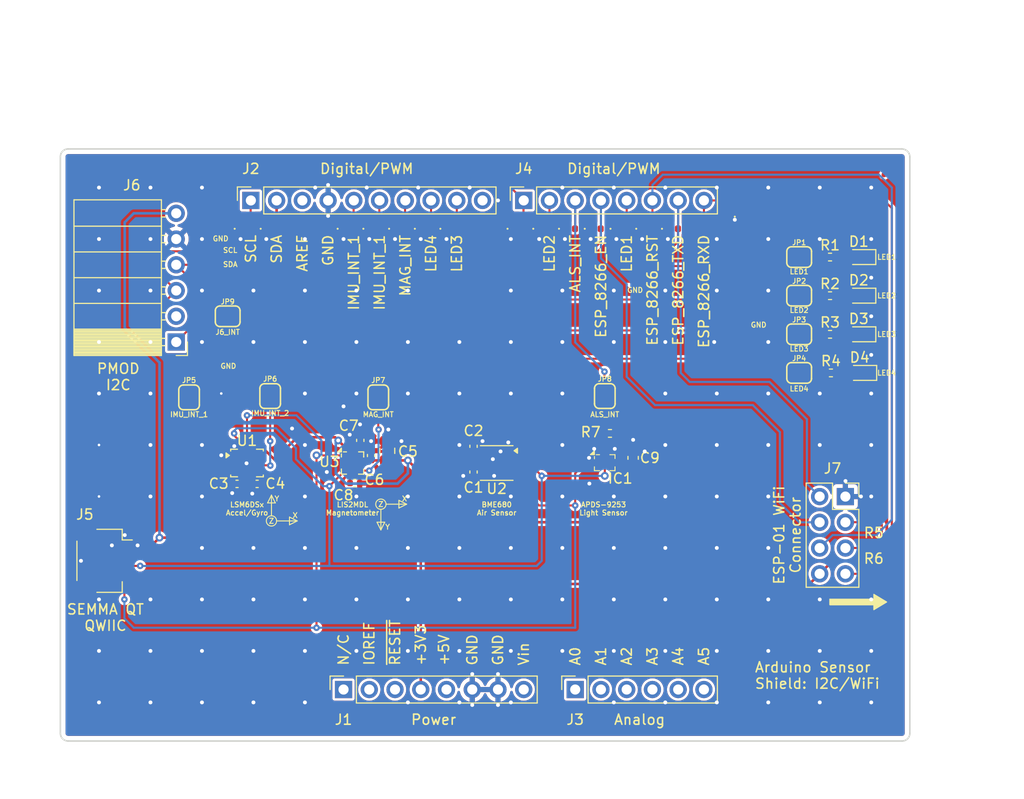
<source format=kicad_pcb>
(kicad_pcb (version 20241229) (generator "pcbnew") (generator_version "9.0")
  (title_block (title "Interface Shield") (date "2026-01-01") (rev "--") (company "Glenn Andrews"))
  (layers (0 "F.Cu" signal) (2 "B.Cu" signal) (13 "F.Paste" user) (15 "B.Paste" user) (5 "F.SilkS" user "F.Silkscreen") (7 "B.SilkS" user "B.Silkscreen") (1 "F.Mask" user) (3 "B.Mask" user) (25 "Edge.Cuts" user))
  (net 0 "")
  (net 1 "GND")
  (net 3 "Net-(D1-A)")
  (net 4 "Net-(D2-A)")
  (net 5 "Net-(D3-A)")
  (net 6 "Net-(D4-A)")
  (net 11 "SCL")
  (net 13 "LED1")
  (net 14 "SDA")
  (net 15 "LED2")
  (net 22 "+3V3")
  (net 23 "ESP_8266_RST")
  (net 24 "ESP_8266_TXD")
  (net 25 "LED3")
  (net 26 "ESP_8266_RXD")
  (net 27 "LED4")
  (net 28 "ESP_8266_EN")
  (net 29 "ALS_INT")
  (net 30 "IMU_INT_2_DISC")
  (net 31 "IMU_INT_1_DISC")
  (net 32 "MAG_INT_DISC")
  (net 33 "ALS_INT_DISC")
  (net 35 "MAG_INT")
  (net 36 "IMU_INT_2")
  (net 37 "IMU_INT_1")
  (net 38 "J6_INT")
  (net 39 "/Connectors/GPIO0")
  (net 40 "/Connectors/GPIO2")
  (net 41 "/Connectors/LED4_DISC")
  (net 42 "/Connectors/LED3_DISC")
  (net 43 "/Connectors/LED1_DISC")
  (net 44 "/Connectors/LED2_DISC")
  (net 45 "J6_INT_DISC")
  (net 50 "Net-(U3-C1)")
  (footprint "Connector_PinSocket_2.54mm:PinSocket_1x08_P2.54mm_Vertical" (layer "F.Cu") (at 127.94 97.46 90)
    (property "Reference" "J1" (hide yes))
    (property "Value" "Power")
  )
  (footprint "Connector_PinSocket_2.54mm:PinSocket_1x06_P2.54mm_Vertical" (layer "F.Cu") (at 150.8 97.46 90)
    (property "Reference" "J3" (hide yes))
    (property "Value" "Analog")
  )
  (footprint "Connector_PinSocket_2.54mm:PinSocket_1x10_P2.54mm_Vertical" (layer "F.Cu") (at 118.796 49.2 90)
    (property "Reference" "J2" (hide yes))
    (property "Value" "Digital/PWM")
  )
  (footprint "Connector_PinSocket_2.54mm:PinSocket_1x08_P2.54mm_Vertical" (layer "F.Cu") (at 145.72 49.2 90)
    (property "Reference" "J4" (hide yes))
    (property "Value" "Digital/PWM")
  )
  (footprint "GA_KiCad_Footprints:D_0402_1005Metric" (layer "F.Cu") (at 138.585 51.994)
    (property "Reference" "D11" (hide yes))
    (property "Value" "D_TVS_Small")
  )
  (footprint "GA_KiCad_Footprints:D_0402_1005Metric" (layer "F.Cu") (at 130.988 51.994)
    (property "Reference" "D7" (hide yes))
    (property "Value" "D_TVS_Small")
  )
  (footprint "PCM_SparkFun-Connector:TestPoint-1.0mm" (layer "F.Cu") (at 156.642 57.074)
    (property "Reference" "TP10")
    (property "Value" "1.25mm")
  )
  (footprint "PCM_SparkFun-Connector:TestPoint-0.5mm" (layer "F.Cu") (at 152.324 53.899)
    (property "Reference" "TP3")
    (property "Value" "0.5mm")
  )
  (footprint "Resistor_SMD:R_0402_1005Metric" (layer "F.Cu") (at 175.946 54.788)
    (property "Reference" "R1")
    (property "Value" "430")
  )
  (footprint "PCM_SparkFun-Jumper:Jumper_2_NC_Trace" (layer "F.Cu") (at 172.898 54.788)
    (property "Reference" "JP1")
    (property "Value" "~")
  )
  (footprint "PCM_SparkFun-Jumper:Jumper_2_NC_Trace" (layer "F.Cu") (at 131.369 68.631 90)
    (property "Reference" "JP7")
    (property "Value" "~")
  )
  (footprint "GA_KiCad_Footprints:D_0402_1005Metric" (layer "F.Cu") (at 136.068 51.994)
    (property "Reference" "D10" (hide yes))
    (property "Value" "D_TVS_Small")
  )
  (footprint "GA_KiCad_Footprints:D_0402_1005Metric" (layer "F.Cu") (at 145.212 51.994)
    (property "Reference" "D12" (hide yes))
    (property "Value" "D_TVS_Small")
  )
  (footprint "PCM_SparkFun-Jumper:Jumper_2_NC_Trace" (layer "F.Cu") (at 112.7 68.631 90)
    (property "Reference" "JP5")
    (property "Value" "~")
  )
  (footprint "PCM_SparkFun-Jumper:Jumper_2_NC_Trace" (layer "F.Cu") (at 172.898 62.408)
    (property "Reference" "JP3")
    (property "Value" "~")
  )
  (footprint "GA_KiCad_Footprints:PinSocket_1x06_P2.54mm_Horizontal_Flipped" (layer "F.Cu") (at 111.43 50.47)
    (property "Reference" "J6")
    (property "Value" "Conn_01x06")
  )
  (footprint "Resistor_SMD:R_0201_0603Metric" (layer "F.Cu") (at 180.264 83.49 180)
    (property "Reference" "R6")
    (property "Value" "10k")
  )
  (footprint "PCM_SparkFun-Jumper:Jumper_2_NC_Trace" (layer "F.Cu") (at 153.721 68.504 90)
    (property "Reference" "JP8")
    (property "Value" "~")
  )
  (footprint "LED_SMD:LED_0603_1608Metric" (layer "F.Cu") (at 179.06 66.218 180)
    (property "Reference" "D4")
    (property "Value" "B1911PG")
  )
  (footprint "GA_KiCad_Footprints:D_0402_1005Metric" (layer "F.Cu") (at 152.832 51.994)
    (property "Reference" "D15" (hide yes))
    (property "Value" "D_TVS_Small")
  )
  (footprint "GA_KiCad_Footprints:D_0402_1005Metric" (layer "F.Cu") (at 166.548 49.708 90)
    (property "Reference" "D19" (hide yes))
    (property "Value" "D_TVS_Small")
  )
  (footprint "GA_KiCad_Footprints:APDS9253001" (layer "F.Cu") (at 153.711 75.075 90)
    (property "Reference" "IC1")
    (property "Value" "APDS-9253-001" (hide yes))
  )
  (footprint "LED_SMD:LED_0603_1608Metric" (layer "F.Cu") (at 178.97525 62.408 180)
    (property "Reference" "D3")
    (property "Value" "B1911PG")
  )
  (footprint "Resistor_SMD:R_0402_1005Metric" (layer "F.Cu") (at 175.946 62.408)
    (property "Reference" "R3")
    (property "Value" "430")
  )
  (footprint "Capacitor_SMD:C_0603_1608Metric" (layer "F.Cu") (at 156.515 74.6 90)
    (property "Reference" "C9")
    (property "Value" "1u")
  )
  (footprint "GA_KiCad_Footprints:D_0402_1005Metric" (layer "F.Cu") (at 120.8534 51.994)
    (property "Reference" "D6" (hide yes))
    (property "Value" "D_TVS_Small")
  )
  (footprint "Resistor_SMD:R_0201_0603Metric" (layer "F.Cu") (at 180.264 80.95 180)
    (property "Reference" "R5")
    (property "Value" "10k")
  )
  (footprint "PCM_SparkFun-Connector:TestPoint-1.0mm" (layer "F.Cu") (at 168.834 60.503)
    (property "Reference" "TP9")
    (property "Value" "1.25mm")
  )
  (footprint "GA_KiCad_Footprints:BME680" (layer "F.Cu") (at 143.053 75.108 -90)
    (property "Reference" "U2")
    (property "Value" "BME680")
  )
  (footprint "Capacitor_SMD:C_0402_1005Metric" (layer "F.Cu") (at 129.5922 72.8736 90)
    (property "Reference" "C7")
    (property "Value" "100n")
  )
  (footprint "PCM_SparkFun-Connector:TestPoint-0.5mm" (layer "F.Cu") (at 115.748 54.153)
    (property "Reference" "TP1")
    (property "Value" "0.5mm")
  )
  (footprint "GA_KiCad_Footprints:D_0402_1005Metric" (layer "F.Cu") (at 160.452 51.994)
    (property "Reference" "D18" (hide yes))
    (property "Value" "D_TVS_Small")
  )
  (footprint "GA_KiCad_Footprints:D_0402_1005Metric" (layer "F.Cu") (at 128.448 51.994)
    (property "Reference" "D8" (hide yes))
    (property "Value" "D_TVS_Small")
  )
  (footprint "GA_KiCad_Footprints:XYZ_Axes" (layer "F.Cu") (at 120.828 80.823)
    (property "Reference" "U4" (hide yes))
    (property "Value" "~")
  )
  (footprint "PCM_SparkFun-Connector:TestPoint-1.0mm" (layer "F.Cu") (at 116.51 64.567)
    (property "Reference" "TP8")
    (property "Value" "1.25mm")
  )
  (footprint "Package_LGA:LGA-14_3x2.5mm_P0.5mm_LayoutBorder3x4y" (layer "F.Cu") (at 118.415 75.108)
    (property "Reference" "U1")
    (property "Value" "LSM6DSV")
  )
  (footprint "GA_KiCad_Footprints:D_0402_1005Metric" (layer "F.Cu") (at 155.372 51.994)
    (property "Reference" "D16" (hide yes))
    (property "Value" "D_TVS_Small")
  )
  (footprint "Resistor_SMD:R_0402_1005Metric" (layer "F.Cu") (at 154.229 72.187)
    (property "Reference" "R7")
    (property "Value" "10k")
  )
  (footprint "PCM_SparkFun-Connector:TestPoint-0.5mm" (layer "F.Cu") (at 115.748 55.55)
    (property "Reference" "TP2")
    (property "Value" "0.5mm")
  )
  (footprint "PCM_SparkFun-Aesthetic:Fiducial_0.5mm_Mask1mm" (layer "F.Cu") (at 102.54 46.66)
    (property "Reference" "FID2")
    (property "Value" "Fiducial_0.5mm")
  )
  (footprint "Connector_PinSocket_2.54mm:PinSocket_2x04_P2.54mm_Vertical" (layer "F.Cu") (at 177.46 78.42)
    (property "Reference" "J7")
    (property "Value" "Conn_02x04")
  )
  (footprint "PCM_SparkFun-Connector:TestPoint-0.5mm" (layer "F.Cu") (at 157.404 53.899)
    (property "Reference" "TP4")
    (property "Value" "0.5mm")
  )
  (footprint "GA_KiCad_Footprints:Mag_XYZ_Axes" (layer "F.Cu") (at 131.623 79.172)
    (property "Reference" "U5" (hide yes))
    (property "Value" "~")
  )
  (footprint "Capacitor_SMD:C_0402_1005Metric" (layer "F.Cu") (at 129.0588 77.09)
    (property "Reference" "C8")
    (property "Value" "220n")
  )
  (footprint "Capacitor_SMD:C_0402_1005Metric" (layer "F.Cu") (at 117.4324 77.1683 180)
    (property "Reference" "C3")
    (property "Value" "100n")
  )
  (footprint "GA_KiCad_Footprints:D_0402_1005Metric" (layer "F.Cu") (at 118.288 51.994)
    (property "Reference" "D5" (hide yes))
    (property "Value" "D_TVS_Small")
  )
  (footprint "LED_SMD:LED_0603_1608Metric" (layer "F.Cu") (at 178.97525 54.788 180)
    (property "Reference" "D1")
    (property "Value" "B1911PG")
  )
  (footprint "Capacitor_SMD:C_0805_2012Metric" (layer "F.Cu") (at 132.258 73.904 90)
    (property "Reference" "C5")
    (property "Value" "10u")
  )
  (footprint "PCM_SparkFun-Jumper:Jumper_2_NC_Trace" (layer "F.Cu") (at 120.701 68.504 90)
    (property "Reference" "JP6")
    (property "Value" "~")
  )
  (footprint "PCM_SparkFun-Connector:TestPoint-0.5mm" (layer "F.Cu") (at 159.944 53.899)
    (property "Reference" "TP5")
    (property "Value" "0.5mm")
  )
  (footprint "GA_KiCad_Footprints:D_0402_1005Metric" (layer "F.Cu") (at 133.528 51.994)
    (property "Reference" "D9" (hide yes))
    (property "Value" "D_TVS_Small")
  )
  (footprint "PCM_SparkFun-Aesthetic:Fiducial_0.5mm_Mask1mm" (layer "F.Cu") (at 102.54 100)
    (property "Reference" "FID3")
    (property "Value" "Fiducial_0.5mm")
  )
  (footprint "PCM_SparkFun-Jumper:Jumper_2_NC_Trace" (layer "F.Cu") (at 172.898 66.218)
    (property "Reference" "JP4")
    (property "Value" "~")
  )
  (footprint "GA_KiCad_Footprints:D_0402_1005Metric" (layer "F.Cu") (at 157.912 51.994)
    (property "Reference" "D17" (hide yes))
    (property "Value" "D_TVS_Small")
  )
  (footprint "Capacitor_SMD:C_0402_1005Metric" (layer "F.Cu") (at 130.659 74.3696 90)
    (property "Reference" "C6")
    (property "Value" "100n")
  )
  (footprint "Package_LGA:LGA-12_2x2mm_P0.5mm" (layer "F.Cu") (at 128.829 75.109)
    (property "Reference" "U3")
    (property "Value" "LIS2MDL")
  )
  (footprint "Resistor_SMD:R_0402_1005Metric" (layer "F.Cu") (at 175.946 58.598)
    (property "Reference" "R2")
    (property "Value" "430")
  )
  (footprint "Capacitor_SMD:C_0402_1005Metric" (layer "F.Cu") (at 140.767 75.997 -90)
    (property "Reference" "C1")
    (property "Value" "100n")
  )
  (footprint "GA_KiCad_Footprints:D_0402_1005Metric" (layer "F.Cu") (at 150.292 51.994)
    (property "Reference" "D14" (hide yes))
    (property "Value" "D_TVS_Small")
  )
  (footprint "LED_SMD:LED_0603_1608Metric" (layer "F.Cu") (at 178.97525 58.598 180)
    (property "Reference" "D2")
    (property "Value" "B1911PG")
  )
  (footprint "Capacitor_SMD:C_0402_1005Metric" (layer "F.Cu") (at 140.767 73.457 90)
    (property "Reference" "C2")
    (property "Value" "100n")
  )
  (footprint "PCM_SparkFun-Jumper:Jumper_2_NC_Trace" (layer "F.Cu") (at 172.898 58.598)
    (property "Reference" "JP2")
    (property "Value" "~")
  )
  (footprint "Sensor_Shield:JST_SH_SM04B-SRSS-TB_1x04-1MP_P1.00mm_Horizontal" (layer "F.Cu") (at 104.318 84.76 -90)
    (property "Reference" "J5")
    (property "Value" "SM04B-SRSS-TB")
  )
  (footprint "GA_KiCad_Footprints:D_0402_1005Metric" (layer "F.Cu") (at 147.752 51.994)
    (property "Reference" "D13" (hide yes))
    (property "Value" "D_TVS_Small")
  )
  (footprint "PCM_SparkFun-Jumper:Jumper_2_NC_Trace" (layer "F.Cu") (at 116.51 60.63)
    (property "Reference" "JP9")
    (property "Value" "~")
  )
  (footprint "PCM_SparkFun-Aesthetic:Fiducial_0.5mm_Mask1mm" (layer "F.Cu") (at 181.28 46.66)
    (property "Reference" "FID1")
    (property "Value" "Fiducial_0.5mm")
  )
  (footprint "Resistor_SMD:R_0402_1005Metric" (layer "F.Cu") (at 176.03075 66.218)
    (property "Reference" "R4")
    (property "Value" "430")
  )
  (footprint "Capacitor_SMD:C_0402_1005Metric" (layer "F.Cu") (at 119.4136 77.1683 180)
    (property "Reference" "C4")
    (property "Value" "100n")
  )
  (footprint "PCM_SparkFun-Connector:TestPoint-0.5mm" (layer "F.Cu") (at 163.5 52.248)
    (property "Reference" "TP6")
    (property "Value" "0.5mm")
  )
  (footprint "PCM_SparkFun-Connector:TestPoint-1.0mm" (layer "F.Cu") (at 115.748 51.994)
    (property "Reference" "TP7")
    (property "Value" "1.25mm")
  )
  (gr_line (start 153.34 51.994) (end 153.34 49.2) (stroke (width 0.2)) (layer "F.Cu") (net 28))
  (gr_line (start 160.96 51.994) (end 160.96 49.2) (stroke (width 0.2)) (layer "F.Cu") (net 24))
  (gr_line (start 158.42 51.994) (end 158.42 49.2) (stroke (width 0.2)) (layer "F.Cu") (net 23))
  (gr_line (start 150.8 51.994) (end 150.8 49.2) (stroke (width 0.2)) (layer "F.Cu") (net 29))
  (gr_poly (pts (xy 180.264 88.062) (xy 180.264 89.586) (xy 181.534 88.824)) (stroke (width 0.1)) (fill yes) (layer "F.SilkS"))
  (gr_rect (start 175.946 88.57) (end 180.264 89.078) (stroke (width 0.1524)) (fill yes) (layer "F.SilkS"))
  (gr_line (start 183.027185 44.12) (end 100.762 44.12) (stroke (width 0.1524)) (layer "Edge.Cuts"))
  (gr_arc (start 183.027185 44.12) (mid 183.587794 44.352206) (end 183.82 44.912815) (stroke (width 0.1524)) (layer "Edge.Cuts"))
  (gr_line (start 100 44.882) (end 100 101.778) (stroke (width 0.1524)) (layer "Edge.Cuts"))
  (gr_line (start 100.762 102.54) (end 183.058 102.54) (stroke (width 0.1524)) (layer "Edge.Cuts"))
  (gr_arc (start 100.762 102.54) (mid 100.223185 102.316815) (end 100 101.778) (stroke (width 0.1524)) (layer "Edge.Cuts"))
  (gr_line (start 183.82 101.778) (end 183.82 44.912815) (stroke (width 0.1524)) (layer "Edge.Cuts"))
  (gr_arc (start 183.82 101.778) (mid 183.596814 102.31681) (end 183.058 102.54) (stroke (width 0.1524)) (layer "Edge.Cuts"))
  (gr_arc (start 100 44.882) (mid 100.223185 44.343185) (end 100.762 44.12) (stroke (width 0.1524)) (layer "Edge.Cuts"))
  (gr_text "ESP_8266_EN" (at 153.34 52.502 90) (layer "F.SilkS") (effects (font (size 1 1) (thickness 0.1524)) (justify right)))
  (gr_text "ESP_8266_TXD" (at 160.96 52.502 90) (layer "F.SilkS") (effects (font (size 1 1) (thickness 0.1524)) (justify right)))
  (gr_text "J4" (at 145.72 46.66 0) (layer "F.SilkS") (effects (font (size 1 1) (thickness 0.1524)) (justify bottom)))
  (gr_text "IMU_INT_1" (at 112.7 70.028 0) (layer "F.SilkS") (effects (font (size 0.5 0.5) (thickness 0.1)) (justify top)))
  (gr_text "A1" (at 153.34 95.174 90) (layer "F.SilkS") (effects (font (size 1 1) (thickness 0.1524)) (justify left)))
  (gr_text "GND" (at 140.64 95.174 90) (layer "F.SilkS") (effects (font (size 1 1) (thickness 0.1524)) (justify left)))
  (gr_text "AREF" (at 123.876 52.502 90) (layer "F.SilkS") (effects (font (size 1 1) (thickness 0.1524)) (justify right)))
  (gr_text "GND" (at 114.986 53.264 0) (layer "F.SilkS") (effects (font (size 0.5 0.5) (thickness 0.1)) (justify left bottom)))
  (gr_text "ALS_INT" (at 153.721 70.028 0) (layer "F.SilkS") (effects (font (size 0.5 0.5) (thickness 0.1)) (justify top)))
  (gr_text "GND" (at 126.416 52.502 90) (layer "F.SilkS") (effects (font (size 1 1) (thickness 0.1524)) (justify right)))
  (gr_text "Digital/PWM" (at 154.61 46.66 0) (layer "F.SilkS") (effects (font (size 1 1) (thickness 0.1524)) (justify bottom)))
  (gr_text "LED1" (at 181.534 54.788 0) (layer "F.SilkS") (effects (font (size 0.5 0.5) (thickness 0.1))))
  (gr_text "GND" (at 143.18 95.174 90) (layer "F.SilkS") (effects (font (size 1 1) (thickness 0.1524)) (justify left)))
  (gr_text "IOREF" (at 130.48 95.174 90) (layer "F.SilkS") (effects (font (size 1 1) (thickness 0.1524)) (justify left)))
  (gr_text "A4" (at 160.96 95.174 90) (layer "F.SilkS") (effects (font (size 1 1) (thickness 0.1524)) (justify left)))
  (gr_text "GND" (at 168.072 61.773 0) (layer "F.SilkS") (effects (font (size 0.5 0.5) (thickness 0.1)) (justify left bottom)))
  (gr_text "APDS-9253\nLight Sensor" (at 153.594 80.315 0) (layer "F.SilkS") (effects (font (size 0.5 0.5) (thickness 0.1) (bold yes)) (justify bottom)))
  (gr_text "SEMMA QT\nQWIIC" (at 104.445 91.745 0) (layer "F.SilkS") (effects (font (size 1 1) (thickness 0.1524)) (justify bottom)))
  (gr_text "J1" (at 127.94 101.016 0) (layer "F.SilkS") (effects (font (size 1 1) (thickness 0.1524)) (justify bottom)))
  (gr_text "J2" (at 118.796 46.66 0) (layer "F.SilkS") (effects (font (size 1 1) (thickness 0.1524)) (justify bottom)))
  (gr_text "IMU_INT_1" (at 128.956 52.502 90) (layer "F.SilkS") (effects (font (size 1 1) (thickness 0.1524)) (justify right)))
  (gr_text "LED4" (at 172.898 67.488 0) (layer "F.SilkS") (effects (font (size 0.5 0.5) (thickness 0.1)) (justify top)))
  (gr_text "+3V3" (at 135.56 95.174 90) (layer "F.SilkS") (effects (font (size 1 1) (thickness 0.1524)) (justify left)))
  (gr_text "Vin" (at 145.72 95.174 90) (layer "F.SilkS") (effects (font (size 1 1) (thickness 0.1524)) (justify left)))
  (gr_text "A5" (at 163.5 95.174 90) (layer "F.SilkS") (effects (font (size 1 1) (thickness 0.1524)) (justify left)))
  (gr_text "LED2" (at 172.898 59.741 0) (layer "F.SilkS") (effects (font (size 0.5 0.5) (thickness 0.1)) (justify top)))
  (gr_text "MAG_INT" (at 134.036 52.502 90) (layer "F.SilkS") (effects (font (size 1 1) (thickness 0.1524)) (justify right)))
  (gr_text "LIS2MDL\nMagnetometer" (at 128.829 80.315 0) (layer "F.SilkS") (effects (font (size 0.5 0.5) (thickness 0.1) (bold yes)) (justify bottom)))
  (gr_text "J6_INT" (at 116.51 61.9 0) (layer "F.SilkS") (effects (font (size 0.5 0.5) (thickness 0.1)) (justify top)))
  (gr_text "IMU_INT_1" (at 131.496 52.502 90) (layer "F.SilkS") (effects (font (size 1 1) (thickness 0.1524)) (justify right)))
  (gr_text "BME680\nAir Sensor" (at 143.053 80.315 0) (layer "F.SilkS") (effects (font (size 0.5 0.5) (thickness 0.1) (bold yes)) (justify bottom)))
  (gr_text "LED3" (at 172.898 63.551 0) (layer "F.SilkS") (effects (font (size 0.5 0.5) (thickness 0.1)) (justify top)))
  (gr_text "SDA" (at 116.002 55.804 0) (layer "F.SilkS") (effects (font (size 0.5 0.5) (thickness 0.1)) (justify left bottom)))
  (gr_text "ESP-01 WiFi\nConnector" (at 173.12 82.22 90) (layer "F.SilkS") (effects (font (size 1 1) (thickness 0.1524)) (justify bottom)))
  (gr_text "GND" (at 155.88 58.344 0) (layer "F.SilkS") (effects (font (size 0.5 0.5) (thickness 0.1)) (justify left bottom)))
  (gr_text "A3" (at 158.42 95.174 90) (layer "F.SilkS") (effects (font (size 1 1) (thickness 0.1524)) (justify left)))
  (gr_text "ESP_8266_RXD" (at 163.5 52.502 90) (layer "F.SilkS") (effects (font (size 1 1) (thickness 0.1524)) (justify right)))
  (gr_text "LED1" (at 155.88 52.502 90) (layer "F.SilkS") (effects (font (size 1 1) (thickness 0.1524)) (justify right)))
  (gr_text "~{RESET}" (at 133.02 95.174 90) (layer "F.SilkS") (effects (font (size 1 1) (thickness 0.1524)) (justify left)))
  (gr_text "IMU_INT_2" (at 120.701 69.901 0) (layer "F.SilkS") (effects (font (size 0.5 0.5) (thickness 0.1)) (justify top)))
  (gr_text "A2" (at 155.88 95.174 90) (layer "F.SilkS") (effects (font (size 1 1) (thickness 0.1524)) (justify left)))
  (gr_text "GND" (at 115.748 65.837 0) (layer "F.SilkS") (effects (font (size 0.5 0.5) (thickness 0.1)) (justify left bottom)))
  (gr_text "+5V" (at 137.846 95.174 90) (layer "F.SilkS") (effects (font (size 1 1) (thickness 0.1524)) (justify left)))
  (gr_text "LED3" (at 139.116 52.502 90) (layer "F.SilkS") (effects (font (size 1 1) (thickness 0.1524)) (justify right)))
  (gr_text "SCL" (at 118.796 52.502 90) (layer "F.SilkS") (effects (font (size 1 1) (thickness 0.1524)) (justify right)))
  (gr_text "LED1" (at 172.898 55.931 0) (layer "F.SilkS") (effects (font (size 0.5 0.5) (thickness 0.1)) (justify top)))
  (gr_text "SCL" (at 116.002 54.407 0) (layer "F.SilkS") (effects (font (size 0.5 0.5) (thickness 0.1)) (justify left bottom)))
  (gr_text "A0" (at 150.8 95.174 90) (layer "F.SilkS") (effects (font (size 1 1) (thickness 0.1524)) (justify left)))
  (gr_text "PMOD\nI2C" (at 105.715 67.996 0) (layer "F.SilkS") (effects (font (size 1 1) (thickness 0.1524)) (justify bottom)))
  (gr_text "Arduino Sensor\nShield: I2C/WiFi" (at 168.453 97.46 0) (layer "F.SilkS") (effects (font (size 1 1) (thickness 0.1524)) (justify left bottom)))
  (gr_text "LED4" (at 181.534 66.218 0) (layer "F.SilkS") (effects (font (size 0.5 0.5) (thickness 0.1))))
  (gr_text "MAG_INT" (at 131.369 70.028 0) (layer "F.SilkS") (effects (font (size 0.5 0.5) (thickness 0.1)) (justify top)))
  (gr_text "Digital/PWM" (at 130.226 46.66 0) (layer "F.SilkS") (effects (font (size 1 1) (thickness 0.1524)) (justify bottom)))
  (gr_text "Analog" (at 157.15 101.016 0) (layer "F.SilkS") (effects (font (size 1 1) (thickness 0.1524)) (justify bottom)))
  (gr_text "LED2" (at 148.26 52.502 90) (layer "F.SilkS") (effects (font (size 1 1) (thickness 0.1524)) (justify right)))
  (gr_text "Power" (at 136.83 101.016 0) (layer "F.SilkS") (effects (font (size 1 1) (thickness 0.1524)) (justify bottom)))
  (gr_text "LED3" (at 181.534 62.408 0) (layer "F.SilkS") (effects (font (size 0.5 0.5) (thickness 0.1))))
  (gr_text "ALS_INT" (at 150.8 52.502 90) (layer "F.SilkS") (effects (font (size 1 1) (thickness 0.1524)) (justify right)))
  (gr_text "LED2" (at 181.534 58.598 0) (layer "F.SilkS") (effects (font (size 0.5 0.5) (thickness 0.1))))
  (gr_text "LED4" (at 136.576 52.502 90) (layer "F.SilkS") (effects (font (size 1 1) (thickness 0.1524)) (justify right)))
  (gr_text "SDA" (at 121.336 52.502 90) (layer "F.SilkS") (effects (font (size 1 1) (thickness 0.1524)) (justify right)))
  (gr_text "ESP_8266_RST" (at 158.42 52.502 90) (layer "F.SilkS") (effects (font (size 1 1) (thickness 0.1524)) (justify right)))
  (gr_text "N/C" (at 127.94 95.174 90) (layer "F.SilkS") (effects (font (size 1 1) (thickness 0.1524)) (justify left)))
  (gr_text "LSM6DSx\nAccel/Gyro" (at 118.415 80.315 0) (layer "F.SilkS") (effects (font (size 0.5 0.5) (thickness 0.1) (bold yes)) (justify bottom)))
  (gr_text "J3" (at 150.8 101.016 0) (layer "F.SilkS") (effects (font (size 1 1) (thickness 0.1524)) (justify bottom)))
  (segment (start 117.2605 73.9002) (end 117.2605 74.3355) (width 0.2032) (layer "F.Cu") (net 1))
  (segment (start 130.7148 72.954) (end 132.258 72.954) (width 0.254) (layer "F.Cu") (net 1))
  (segment (start 153.096 74.135) (end 153.096 74.59) (width 0.254) (layer "F.Cu") (net 1))
  (segment (start 129.21 78.41) (end 129.5388 78.0812) (width 0.254) (layer "F.Cu") (net 1))
  (segment (start 117.2605 74.8355) (end 117.2605 75.3355) (width 0.254) (layer "F.Cu") (net 1))
  (segment (start 118.0688 74.8355) (end 118.3696 75.1363) (width 0.2032) (layer "F.Cu") (net 1))
  (segment (start 105.104 83.26) (end 105.08 83.236) (width 0.381) (layer "F.Cu") (net 1))
  (segment (start 106.318 83.26) (end 105.104 83.26) (width 0.381) (layer "F.Cu") (net 1))
  (segment (start 129.5388 76.7296) (end 129.088 76.2788) (width 0.254) (layer "F.Cu") (net 1))
  (segment (start 130.503 51.994) (end 130.503 52.987) (width 0.254) (layer "F.Cu") (net 1))
  (segment (start 143.18 97.46) (end 143.18 95.936) (width 0.254) (layer "F.Cu") (net 1))
  (segment (start 130.659 72.8982) (end 130.1544 72.3936) (width 0.254) (layer "F.Cu") (net 1))
  (segment (start 130.7098 72.949) (end 130.7148 72.954) (width 0.254) (layer "F.Cu") (net 1))
  (segment (start 107.596 83.26) (end 107.62 83.236) (width 0.381) (layer "F.Cu") (net 1))
  (segment (start 131.3224 73.8896) (end 132.258 72.954) (width 0.254) (layer "F.Cu") (net 1))
  (segment (start 129.5922 72.3936) (end 129.5922 71.3234) (width 0.254) (layer "F.Cu") (net 1))
  (segment (start 140.64 97.46) (end 140.64 98.984) (width 0.254) (layer "F.Cu") (net 1))
  (segment (start 116.2665 74.3355) (end 117.2605 74.3355) (width 0.254) (layer "F.Cu") (net 1))
  (segment (start 153.053 74.633) (end 152.197 74.633) (width 0.254) (layer "F.Cu") (net 1))
  (segment (start 127.963 52.987) (end 127.94 53.01) (width 0.254) (layer "F.Cu") (net 1))
  (segment (start 117.2605 75.3355) (end 118.1704 75.3355) (width 0.2032) (layer "F.Cu") (net 1))
  (segment (start 116.256 74.346) (end 116.2665 74.3355) (width 0.254) (layer "F.Cu") (net 1))
  (segment (start 157.645 73.952) (end 157.658 73.965) (width 0.254) (layer "F.Cu") (net 1))
  (segment (start 140.767 76.477) (end 141.6965 76.477) (width 0.254) (layer "F.Cu") (net 1))
  (segment (start 129.5388 78.0812) (end 129.5388 77.09) (width 0.254) (layer "F.Cu") (net 1))
  (segment (start 129.079 75.4808) (end 129.2008 75.359) (width 0.2032) (layer "F.Cu") (net 1))
  (segment (start 144.2405 73.1205) (end 144.196 73.076) (width 0.254) (layer "F.Cu") (net 1))
  (segment (start 142.729 76.308) (end 142.799 76.378) (width 0.254) (layer "F.Cu") (net 1))
  (segment (start 142.653 74.708) (end 142.672 74.727) (width 0.254) (layer "F.Cu") (net 1))
  (segment (start 144.45 53.01) (end 144.727 52.733) (width 0.254) (layer "F.Cu") (net 1))
  (segment (start 118.9336 77.1683) (end 118.9336 78.1283) (width 0.254) (layer "F.Cu") (net 1))
  (segment (start 133.043 52.987) (end 133.02 53.01) (width 0.254) (layer "F.Cu") (net 1))
  (segment (start 116.9524 77.1683) (end 116.9524 78.0775) (width 0.254) (layer "F.Cu") (net 1))
  (segment (start 126.416 49.2) (end 126.416 50.978) (width 0.254) (layer "F.Cu") (net 1))
  (segment (start 117.158795 73.798495) (end 117.2605 73.9002) (width 0.2032) (layer "F.Cu") (net 1))
  (segment (start 152.347 51.994) (end 152.347 52.987) (width 0.254) (layer "F.Cu") (net 1))
  (segment (start 139.723 72.977) (end 139.37 73.33) (width 0.254) (layer "F.Cu") (net 1))
  (segment (start 130.659 73.8896) (end 131.3224 73.8896) (width 0.254) (layer "F.Cu") (net 1))
  (segment (start 143.491 73.908) (end 143.434 73.965) (width 0.254) (layer "F.Cu") (net 1))
  (segment (start 132.3608 72.949) (end 132.3608 71.806) (width 0.254) (layer "F.Cu") (net 1))
  (segment (start 128.6304 72.3936) (end 128.5508 72.314) (width 0.254) (layer "F.Cu") (net 1))
  (segment (start 129.079 75.8715) (end 129.079 75.4808) (width 0.2032) (layer "F.Cu") (net 1))
  (segment (start 120.32 53.01) (end 120.32 52.0424) (width 0.254) (layer "F.Cu") (net 1))
  (segment (start 118.891 77.1257) (end 118.891 75.998) (width 0.254) (layer "F.Cu") (net 1))
  (segment (start 106.318 83.26) (end 106.318 82.252) (width 0.381) (layer "F.Cu") (net 1))
  (segment (start 129.2008 75.359) (end 129.5915 75.359) (width 0.2032) (layer "F.Cu") (net 1))
  (segment (start 117.2605 74.8355) (end 118.0688 74.8355) (width 0.2032) (layer "F.Cu") (net 1))
  (segment (start 139.85 76.477) (end 139.751 76.378) (width 0.254) (layer "F.Cu") (net 1))
  (segment (start 143.18 97.46) (end 143.18 98.984) (width 0.254) (layer "F.Cu") (net 1))
  (segment (start 106.318 83.26) (end 107.596 83.26) (width 0.381) (layer "F.Cu") (net 1))
  (segment (start 129.5922 72.3936) (end 128.6304 72.3936) (width 0.254) (layer "F.Cu") (net 1))
  (segment (start 144.2405 73.908) (end 144.2405 73.1205) (width 0.254) (layer "F.Cu") (net 1))
  (segment (start 118.423 75.998) (end 118.423 75.1897) (width 0.2032) (layer "F.Cu") (net 1))
  (segment (start 120.32 52.0424) (end 120.3684 51.994) (width 0.254) (layer "F.Cu") (net 1))
  (segment (start 178.984 78.42) (end 178.994 78.41) (width 0.254) (layer "F.Cu") (net 1))
  (segment (start 149.807 51.994) (end 149.807 52.987) (width 0.254) (layer "F.Cu") (net 1))
  (segment (start 106.318 82.252) (end 106.35 82.22) (width 0.381) (layer "F.Cu") (net 1))
  (segment (start 130.503 52.987) (end 130.48 53.01) (width 0.254) (layer "F.Cu") (net 1))
  (segment (start 140.64 97.46) (end 140.64 95.936) (width 0.254) (layer "F.Cu") (net 1))
  (segment (start 118.1704 75.3355) (end 118.3696 75.1363) (width 0.2032) (layer "F.Cu") (net 1))
  (segment (start 129.5922 72.3936) (end 130.1036 72.3936) (width 0.254) (layer "F.Cu") (net 1))
  (segment (start 177.46 76.896) (end 177.47 76.886) (width 0.254) (layer "F.Cu") (net 1))
  (segment (start 133.655 72.949) (end 132.3608 72.949) (width 0.254) (layer "F.Cu") (net 1))
  (segment (start 154.887 52.987) (end 154.864 53.01) (width 0.254) (layer "F.Cu") (net 1))
  (segment (start 118.9336 77.1683) (end 118.891 77.1257) (width 0.254) (layer "F.Cu") (net 1))
  (segment (start 115.875 74.346) (end 116.256 74.346) (width 0.254) (layer "F.Cu") (net 1))
  (segment (start 141.628 72.977) (end 141.656 72.949) (width 0.254) (layer "F.Cu") (net 1))
  (segment (start 152.197 74.633) (end 152.164 74.6) (width 0.254) (layer "F.Cu") (net 1))
  (segment (start 117.78 52.017) (end 117.803 51.994) (width 0.254) (layer "F.Cu") (net 1))
  (segment (start 126.416 49.2) (end 126.416 47.676) (width 0.254) (layer "F.Cu") (net 1))
  (segment (start 117.78 53.01) (end 117.78 52.017) (width 0.254) (layer "F.Cu") (net 1))
  (segment (start 130.1036 72.3936) (end 130.659 72.949) (width 0.254) (layer "F.Cu") (net 1))
  (segment (start 157.427 52.987) (end 157.404 53.01) (width 0.254) (layer "F.Cu") (net 1))
  (segment (start 141.8655 74.708) (end 142.653 74.708) (width 0.254) (layer "F.Cu") (net 1))
  (segment (start 152.672 73.711) (end 153.096 74.135) (width 0.254) (layer "F.Cu") (net 1))
  (segment (start 140.767 72.977) (end 139.723 72.977) (width 0.254) (layer "F.Cu") (net 1))
  (segment (start 156.482 72.855) (end 156.515 72.822) (width 0.254) (layer "F.Cu") (net 1))
  (segment (start 159.967 51.994) (end 159.967 52.987) (width 0.254) (layer "F.Cu") (net 1))
  (segment (start 159.967 52.987) (end 159.944 53.01) (width 0.254) (layer "F.Cu") (net 1))
  (segment (start 129.088 76.2788) (end 129.088 75.8715) (width 0.254) (layer "F.Cu") (net 1))
  (segment (start 129.5388 77.09) (end 129.5388 76.7296) (width 0.254) (layer "F.Cu") (net 1))
  (segment (start 117.158795 73.443205) (end 117.158795 73.798495) (width 0.2032) (layer "F.Cu") (net 1))
  (segment (start 147.267 51.994) (end 147.267 52.987) (width 0.254) (layer "F.Cu") (net 1))
  (segment (start 140.767 76.477) (end 139.85 76.477) (width 0.254) (layer "F.Cu") (net 1))
  (segment (start 156.482 73.952) (end 156.482 72.855) (width 0.254) (layer "F.Cu") (net 1))
  (segment (start 118.423 75.1897) (end 118.3696 75.1363) (width 0.2032) (layer "F.Cu") (net 1))
  (segment (start 177.46 78.42) (end 178.984 78.42) (width 0.254) (layer "F.Cu") (net 1))
  (segment (start 154.887 51.994) (end 154.887 52.987) (width 0.254) (layer "F.Cu") (net 1))
  (segment (start 177.46 78.42) (end 177.46 76.896) (width 0.254) (layer "F.Cu") (net 1))
  (segment (start 133.043 51.994) (end 133.043 52.987) (width 0.254) (layer "F.Cu") (net 1))
  (segment (start 129.5922 71.3234) (end 129.5668 71.298) (width 0.254) (layer "F.Cu") (net 1))
  (segment (start 130.659 72.949) (end 130.7098 72.949) (width 0.254) (layer "F.Cu") (net 1))
  (segment (start 127.963 51.994) (end 127.963 52.987) (width 0.254) (layer "F.Cu") (net 1))
  (segment (start 130.659 72.949) (end 130.659 73.8896) (width 0.254) (layer "F.Cu") (net 1))
  (segment (start 166.548 51.105) (end 166.548 50.193) (width 0.254) (layer "F.Cu") (net 1))
  (segment (start 141.8655 76.308) (end 142.729 76.308) (width 0.254) (layer "F.Cu") (net 1))
  (segment (start 138.1 51.994) (end 138.1 53.01) (width 0.254) (layer "F.Cu") (net 1))
  (segment (start 141.6965 76.477) (end 141.8655 76.308) (width 0.254) (layer "F.Cu") (net 1))
  (segment (start 149.807 52.987) (end 149.784 53.01) (width 0.254) (layer "F.Cu") (net 1))
  (segment (start 135.583 51.994) (end 135.583 52.987) (width 0.254) (layer "F.Cu") (net 1))
  (segment (start 144.727 52.733) (end 144.727 51.994) (width 0.254) (layer "F.Cu") (net 1))
  (segment (start 152.347 52.987) (end 152.324 53.01) (width 0.254) (layer "F.Cu") (net 1))
  (segment (start 130.659 72.949) (end 130.659 72.8982) (width 0.254) (layer "F.Cu") (net 1))
  (segment (start 130.1544 72.3936) (end 129.5922 72.3936) (width 0.254) (layer "F.Cu") (net 1))
  (segment (start 156.482 73.952) (end 157.645 73.952) (width 0.254) (layer "F.Cu") (net 1))
  (segment (start 147.267 52.987) (end 147.244 53.01) (width 0.254) (layer "F.Cu") (net 1))
  (segment (start 135.583 52.987) (end 135.56 53.01) (width 0.254) (layer "F.Cu") (net 1))
  (segment (start 153.096 74.59) (end 153.053 74.633) (width 0.254) (layer "F.Cu") (net 1))
  (segment (start 157.427 51.994) (end 157.427 52.987) (width 0.254) (layer "F.Cu") (net 1))
  (segment (start 140.767 72.977) (end 141.628 72.977) (width 0.254) (layer "F.Cu") (net 1))
  (segment (start 144.2405 73.908) (end 143.491 73.908) (width 0.254) (layer "F.Cu") (net 1))
  (via (at 124.13 73.33) (size 0.762) (drill 0.381) (layers "F.Cu" "B.Cu") (net 1))
  (via (at 144.45 78.41) (size 0.762) (drill 0.381) (layers "F.Cu" "B.Cu") (net 1))
  (via (at 164.77 73.33) (size 0.762) (drill 0.381) (layers "F.Cu" "B.Cu") (net 1))
  (via (at 144.45 93.65) (size 0.762) (drill 0.381) (layers "F.Cu" "B.Cu") (net 1))
  (via (at 174.93 68.25) (size 0.762) (drill 0.381) (layers "F.Cu" "B.Cu") (net 1))
  (via (at 103.81 47.93) (size 0.762) (drill 0.381) (layers "F.Cu" "B.Cu") (net 1))
  (via (at 169.85 98.73) (size 0.762) (drill 0.381) (layers "F.Cu" "B.Cu") (net 1))
  (via (at 108.89 63.17) (size 0.762) (drill 0.381) (layers "F.Cu" "B.Cu") (net 1))
  (via (at 159.69 63.17) (size 0.762) (drill 0.381) (layers "F.Cu" "B.Cu") (net 1))
  (via (at 119.05 88.57) (size 0.762) (drill 0.381) (layers "F.Cu" "B.Cu") (net 1))
  (via (at 164.77 88.57) (size 0.762) (drill 0.381) (layers "F.Cu" "B.Cu") (net 1))
  (via (at 154.61 47.93) (size 0.762) (drill 0.381) (layers "F.Cu" "B.Cu") (net 1))
  (via (at 180.01 88.57) (size 0.762) (drill 0.381) (layers "F.Cu" "B.Cu") (net 1))
  (via (at 124.13 93.65) (size 0.762) (drill 0.381) (layers "F.Cu" "B.Cu") (net 1))
  (via (at 159.944 53.01) (size 0.762) (drill 0.381) (layers "F.Cu" "B.Cu") (net 1))
  (via (at 154.61 78.41) (size 0.762) (drill 0.381) (layers "F.Cu" "B.Cu") (net 1))
  (via (at 144.196 73.076) (size 0.762) (drill 0.381) (layers "F.Cu" "B.Cu") (net 1))
  (via (at 115.875 74.346) (size 0.762) (drill 0.381) (layers "F.Cu" "B.Cu") (net 1))
  (via (at 108.89 78.41) (size 0.762) (drill 0.381) (layers "F.Cu" "B.Cu") (net 1))
  (via (at 164.77 78.41) (size 0.762) (drill 0.381) (layers "F.Cu" "B.Cu") (net 1))
  (via (at 107.62 83.236) (size 0.762) (drill 0.381) (layers "F.Cu" "B.Cu") (net 1))
  (via (at 108.89 88.57) (size 0.762) (drill 0.381) (layers "F.Cu" "B.Cu") (net 1))
  (via (at 139.37 88.57) (size 0.762) (drill 0.381) (layers "F.Cu" "B.Cu") (net 1))
  (via (at 156.515 72.822) (size 0.762) (drill 0.381) (layers "F.Cu" "B.Cu") (net 1))
  (via (at 108.89 73.33) (size 0.762) (drill 0.381) (layers "F.Cu" "B.Cu") (net 1))
  (via (at 130.659 72.949) (size 0.762) (drill 0.381) (layers "F.Cu" "B.Cu") (net 1))
  (via (at 134.29 93.65) (size 0.762) (drill 0.381) (layers "F.Cu" "B.Cu") (net 1))
  (via (at 169.85 58.09) (size 0.762) (drill 0.381) (layers "F.Cu" "B.Cu") (net 1))
  (via (at 125.146 47.93) (size 0.762) (drill 0.381) (layers "F.Cu" "B.Cu") (net 1))
  (via (at 180.01 98.73) (size 0.762) (drill 0.381) (layers "F.Cu" "B.Cu") (net 1))
  (via (at 113.97 88.57) (size 0.762) (drill 0.381) (layers "F.Cu" "B.Cu") (net 1))
  (via (at 177.47 76.886) (size 0.762) (drill 0.381) (layers "F.Cu" "B.Cu") (net 1))
  (via (at 102.032 84.76) (size 0.762) (drill 0.381) (layers "F.Cu" "B.Cu") (net 1))
  (via (at 130.48 53.01) (size 0.762) (drill 0.381) (layers "F.Cu" "B.Cu") (net 1))
  (via (at 139.751 76.378) (size 0.762) (drill 0.381) (layers "F.Cu" "B.Cu") (net 1))
  (via (at 144.45 63.17) (size 0.762) (drill 0.381) (layers "F.Cu" "B.Cu") (net 1))
  (via (at 129.21 63.17) (size 0.762) (drill 0.381) (layers "F.Cu" "B.Cu") (net 1))
  (via (at 178.994 78.41) (size 0.762) (drill 0.381) (layers "F.Cu" "B.Cu") (net 1))
  (via (at 180.01 64.44) (size 0.762) (drill 0.381) (layers "F.Cu" "B.Cu") (net 1))
  (via (at 118.3696 75.1363) (size 0.762) (drill 0.381) (layers "F.Cu" "B.Cu") (net 1))
  (via (at 124.13 98.73) (size 0.762) (drill 0.381) (layers "F.Cu" "B.Cu") (net 1))
  (via (at 134.29 78.41) (size 0.762) (drill 0.381) (layers "F.Cu" "B.Cu") (net 1))
  (via (at 144.45 53.01) (size 0.762) (drill 0.381) (layers "F.Cu" "B.Cu") (net 1))
  (via (at 128.5508 72.314) (size 0.762) (drill 0.381) (layers "F.Cu" "B.Cu") (net 1))
  (via (at 134.29 58.09) (size 0.762) (drill 0.381) (layers "F.Cu" "B.Cu") (net 1))
  (via (at 139.37 73.33) (size 0.762) (drill 0.381) (layers "F.Cu" "B.Cu") (net 1))
  (via (at 133.655 72.949) (size 0.762) (drill 0.381) (layers "F.Cu" "B.Cu") (net 1))
  (via (at 142.799 76.378) (size 0.762) (drill 0.381) (layers "F.Cu" "B.Cu") (net 1))
  (via (at 180.01 56.82) (size 0.762) (drill 0.381) (layers "F.Cu" "B.Cu") (net 1))
  (via (at 139.37 63.17) (size 0.762) (drill 0.381) (layers "F.Cu" "B.Cu") (net 1))
  (via (at 169.85 47.93) (size 0.762) (drill 0.381) (layers "F.Cu" "B.Cu") (net 1))
  (via (at 117.158795 73.443205) (size 0.762) (drill 0.381) (layers "F.Cu" "B.Cu") (net 1))
  (via (at 126.289 75.997) (size 0.762) (drill 0.381) (layers "F.Cu" "B.Cu") (net 1))
  (via (at 152.672 73.711) (size 0.762) (drill 0.381) (layers "F.Cu" "B.Cu") (net 1))
  (via (at 140.64 98.984) (size 0.762) (drill 0.381) (layers "F.Cu" "B.Cu") (net 1))
  (via (at 135.306 47.93) (size 0.762) (drill 0.381) (layers "F.Cu" "B.Cu") (net 1))
  (via (at 103.81 78.41) (size 0.635) (drill 0.254) (layers "F.Cu" "B.Cu") (net 1))
  (via (at 149.53 88.57) (size 0.762) (drill 0.381) (layers "F.Cu" "B.Cu") (net 1))
  (via (at 149.53 47.93) (size 0.762) (drill 0.381) (layers "F.Cu" "B.Cu") (net 1))
  (via (at 106.35 82.22) (size 0.762) (drill 0.381) (layers "F.Cu" "B.Cu") (net 1))
  (via (at 129.21 88.57) (size 0.762) (drill 0.381) (layers "F.Cu" "B.Cu") (net 1))
  (via (at 180.01 53.01) (size 0.762) (drill 0.381) (layers "F.Cu" "B.Cu") (net 1))
  (via (at 129.21 58.09) (size 0.762) (drill 0.381) (layers "F.Cu" "B.Cu") (net 1))
  (via (at 103.81 68.25) (size 0.762) (drill 0.381) (layers "F.Cu" "B.Cu") (net 1))
  (via (at 169.85 78.41) (size 0.762) (drill 0.381) (layers "F.Cu" "B.Cu") (net 1))
  (via (at 180.01 93.65) (size 0.762) (drill 0.381) (layers "F.Cu" "B.Cu") (net 1))
  (via (at 141.656 72.949) (size 0.762) (drill 0.381) (layers "F.Cu" "B.Cu") (net 1))
  (via (at 103.81 53.01) (size 0.762) (drill 0.381) (layers "F.Cu" "B.Cu") (net 1))
  (via (at 129.21 93.65) (size 0.762) (drill 0.381) (layers "F.Cu" "B.Cu") (net 1))
  (via (at 174.93 88.57) (size 0.762) (drill 0.381) (layers "F.Cu" "B.Cu") (net 1))
  (via (at 154.61 58.09) (size 0.762) (drill 0.381) (layers "F.Cu" "B.Cu") (net 1))
  (via (at 157.404 53.01) (size 0.762) (drill 0.381) (layers "F.Cu" "B.Cu") (net 1))
  (via (at 154.704 73.711) (size 0.762) (drill 0.381) (layers "F.Cu" "B.Cu") (net 1))
  (via (at 149.53 78.41) (size 0.762) (drill 0.381) (layers "F.Cu" "B.Cu") (net 1))
  (via (at 159.69 47.93) (size 0.762) (drill 0.381) (layers "F.Cu" "B.Cu") (net 1))
  (via (at 149.53 73.33) (size 0.762) (drill 0.381) (layers "F.Cu" "B.Cu") (net 1))
  (via (at 108.89 53.01) (size 0.762) (drill 0.381) (layers "F.Cu" "B.Cu") (net 1))
  (via (at 138.1 53.01) (size 0.762) (drill 0.381) (layers "F.Cu" "B.Cu") (net 1))
  (via (at 154.61 88.57) (size 0.762) (drill 0.381) (layers "F.Cu" "B.Cu") (net 1))
  (via (at 149.53 83.49) (size 0.762) (drill 0.381) (layers "F.Cu" "B.Cu") (net 1))
  (via (at 159.69 93.65) (size 0.762) (drill 0.381) (layers "F.Cu" "B.Cu") (net 1))
  (via (at 149.784 53.01) (size 0.762) (drill 0.381) (layers "F.Cu" "B.Cu") (net 1))
  (via (at 113.97 63.17) (size 0.762) (drill 0.381) (layers "F.Cu" "B.Cu") (net 1))
  (via (at 174.93 98.73) (size 0.762) (drill 0.381) (layers "F.Cu" "B.Cu") (net 1))
  (via (at 118.9336 78.1283) (size 0.762) (drill 0.381) (layers "F.Cu" "B.Cu") (net 1))
  (via (at 142.672 74.727) (size 0.762) (drill 0.381) (layers "F.Cu" "B.Cu") (net 1))
  (via (at 159.69 73.33) (size 0.762) (drill 0.381) (layers "F.Cu" "B.Cu") (net 1))
  (via (at 149.53 63.17) (size 0.762) (drill 0.381) (layers "F.Cu" "B.Cu") (net 1))
  (via (at 127.94 69.52) (size 0.762) (drill 0.381) (layers "F.Cu" "B.Cu") (net 1))
  (via (at 120.32 53.01) (size 0.762) (drill 0.381) (layers "F.Cu" "B.Cu") (net 1))
  (via (at 180.01 60.63) (size 0.762) (drill 0.381) (layers "F.Cu" "B.Cu") (net 1))
  (via (at 140.386 47.93) (size 0.762) (drill 0.381) (layers "F.Cu" "B.Cu") (net 1))
  (via (at 174.93 53.01) (size 0.762) (drill 0.381) (layers "F.Cu" "B.Cu") (net 1))
  (via (at 169.85 53.01) (size 0.762) (drill 0.381) (layers "F.Cu" "B.Cu") (net 1))
  (via (at 144.45 58.09) (size 0.762) (drill 0.381) (layers "F.Cu" "B.Cu") (net 1))
  (via (at 149.53 93.65) (size 0.762) (drill 0.381) (layers "F.Cu" "B.Cu") (net 1))
  (via (at 143.434 73.965) (size 0.762) (drill 0.381) (layers "F.Cu" "B.Cu") (net 1))
  (via (at 133.02 53.01) (size 0.762) (drill 0.381) (layers "F.Cu" "B.Cu") (net 1))
  (via (at 103.81 98.73) (size 0.762) (drill 0.381) (layers "F.Cu" "B.Cu") (net 1))
  (via (at 134.29 68.25) (size 0.762) (drill 0.381) (layers "F.Cu" "B.Cu") (net 1))
  (via (at 154.61 98.73) (size 0.762) (drill 0.381) (layers "F.Cu" "B.Cu") (net 1))
  (via (at 164.516 63.17) (size 0.762) (drill 0.381) (layers "F.Cu" "B.Cu") (net 1))
  (via (at 174.93 93.65) (size 0.762) (drill 0.381) (layers "F.Cu" "B.Cu") (net 1))
  (via (at 126.416 50.724) (size 0.762) (drill 0.381) (layers "F.Cu" "B.Cu") (net 1))
  (via (at 139.37 83.49) (size 0.762) (drill 0.381) (layers "F.Cu" "B.Cu") (net 1))
  (via (at 164.77 83.49) (size 0.762) (drill 0.381) (layers "F.Cu" "B.Cu") (net 1))
  (via (at 139.37 93.65) (size 0.762) (drill 0.381) (layers "F.Cu" "B.Cu") (net 1))
  (via (at 119.05 93.65) (size 0.762) (drill 0.381) (layers "F.Cu" "B.Cu") (net 1))
  (via (at 169.85 88.57) (size 0.762) (drill 0.381) (layers "F.Cu" "B.Cu") (net 1))
  (via (at 127.94 53.01) (size 0.762) (drill 0.381) (layers "F.Cu" "B.Cu") (net 1))
  (via (at 103.81 73.33) (size 0.635) (drill 0.254) (layers "F.Cu" "B.Cu") (net 1))
  (via (at 124.13 83.49) (size 0.762) (drill 0.381) (layers "F.Cu" "B.Cu") (net 1))
  (via (at 143.18 49.2) (size 0.762) (drill 0.381) (layers "F.Cu" "B.Cu") (net 1))
  (via (at 108.89 58.09) (size 0.762) (drill 0.381) (layers "F.Cu" "B.Cu") (net 1))
  (via (at 103.81 58.09) (size 0.762) (drill 0.381) (layers "F.Cu" "B.Cu") (net 1))
  (via (at 180.01 68.25) (size 0.762) (drill 0.381) (layers "F.Cu" "B.Cu") (net 1))
  (via (at 119.05 63.17) (size 0.762) (drill 0.381) (layers "F.Cu" "B.Cu") (net 1))
  (via (at 143.18 95.936) (size 0.762) (drill 0.381) (layers "F.Cu" "B.Cu") (net 1))
  (via (at 164.77 47.93) (size 0.762) (drill 0.381) (layers "F.Cu" "B.Cu") (net 1))
  (via (at 119.05 83.49) (size 0.762) (drill 0.381) (layers "F.Cu" "B.Cu") (net 1))
  (via (at 108.89 68.25) (size 0.762) (drill 0.381) (layers "F.Cu" "B.Cu") (net 1))
  (via (at 152.164 74.6) (size 0.762) (drill 0.381) (layers "F.Cu" "B.Cu") (net 1))
  (via (at 164.77 58.09) (size 0.762) (drill 0.381) (layers "F.Cu" "B.Cu") (net 1))
  (via (at 129.21 68.25) (size 0.762) (drill 0.381) (layers "F.Cu" "B.Cu") (net 1))
  (via (at 169.85 83.49) (size 0.762) (drill 0.381) (layers "F.Cu" "B.Cu") (net 1))
  (via (at 154.61 83.49) (size 0.762) (drill 0.381) (layers "F.Cu" "B.Cu") (net 1))
  (via (at 124.13 63.17) (size 0.762) (drill 0.381) (layers "F.Cu" "B.Cu") (net 1))
  (via (at 159.69 68.25) (size 0.762) (drill 0.381) (layers "F.Cu" "B.Cu") (net 1))
  (via (at 147.244 53.01) (size 0.762) (drill 0.381) (layers "F.Cu" "B.Cu") (net 1))
  (via (at 154.61 63.17) (size 0.762) (drill 0.381) (layers "F.Cu" "B.Cu") (net 1))
  (via (at 166.548 51.105) (size 0.762) (drill 0.381) (layers "F.Cu" "B.Cu") (net 1))
  (via (at 124.13 58.09) (size 0.762) (drill 0.381) (layers "F.Cu" "B.Cu") (net 1))
  (via (at 174.93 47.93) (size 0.762) (drill 0.381) (layers "F.Cu" "B.Cu") (net 1))
  (via (at 113.97 73.33) (size 0.762) (drill 0.381) (layers "F.Cu" "B.Cu") (net 1))
  (via (at 117.78 53.01) (size 0.762) (drill 0.381) (layers "F.Cu" "B.Cu") (net 1))
  (via (at 108.89 47.93) (size 0.762) (drill 0.381) (layers "F.Cu" "B.Cu") (net 1))
  (via (at 108.89 93.65) (size 0.762) (drill 0.381) (layers "F.Cu" "B.Cu") (net 1))
  (via (at 144.45 98.73) (size 0.762) (drill 0.381) (layers "F.Cu" "B.Cu") (net 1))
  (via (at 113.97 83.49) (size 0.762) (drill 0.381) (layers "F.Cu" "B.Cu") (net 1))
  (via (at 134.29 98.73) (size 0.762) (drill 0.381) (layers "F.Cu" "B.Cu") (net 1))
  (via (at 129.5668 71.298) (size 0.762) (drill 0.381) (layers "F.Cu" "B.Cu") (net 1))
  (via (at 143.18 98.984) (size 0.762) (drill 0.381) (layers "F.Cu" "B.Cu") (net 1))
  (via (at 134.29 63.17) (size 0.762) (drill 0.381) (layers "F.Cu" "B.Cu") (net 1))
  (via (at 144.45 88.57) (size 0.762) (drill 0.381) (layers "F.Cu" "B.Cu") (net 1))
  (via (at 157.658 73.965) (size 0.762) (drill 0.381) (layers "F.Cu" "B.Cu") (net 1))
  (via (at 113.97 53.01) (size 0.762) (drill 0.381) (layers "F.Cu" "B.Cu") (net 1))
  (via (at 154.61 93.65) (size 0.762) (drill 0.381) (layers "F.Cu" "B.Cu") (net 1))
  (via (at 159.69 83.49) (size 0.762) (drill 0.381) (layers "F.Cu" "B.Cu") (net 1))
  (via (at 122.86 71.7044) (size 0.762) (drill 0.381) (layers "F.Cu" "B.Cu") (net 1))
  (via (at 129.21 78.41) (size 0.762) (drill 0.381) (layers "F.Cu" "B.Cu") (net 1))
  (via (at 164.77 53.01) (size 0.762) (drill 0.381) (layers "F.Cu" "B.Cu") (net 1))
  (via (at 105.08 83.236) (size 0.762) (drill 0.381) (layers "F.Cu" "B.Cu") (net 1))
  (via (at 152.324 53.01) (size 0.762) (drill 0.381) (layers "F.Cu" "B.Cu") (net 1))
  (via (at 103.81 63.17) (size 0.762) (drill 0.381) (layers "F.Cu" "B.Cu") (net 1))
  (via (at 132.3608 71.806) (size 0.762) (drill 0.381) (layers "F.Cu" "B.Cu") (net 1))
  (via (at 124.13 88.57) (size 0.762) (drill 0.381) (layers "F.Cu" "B.Cu") (net 1))
  (via (at 119.05 58.09) (size 0.762) (drill 0.381) (layers "F.Cu" "B.Cu") (net 1))
  (via (at 169.85 63.17) (size 0.762) (drill 0.381) (layers "F.Cu" "B.Cu") (net 1))
  (via (at 149.53 58.09) (size 0.762) (drill 0.381) (layers "F.Cu" "B.Cu") (net 1))
  (via (at 144.45 83.49) (size 0.762) (drill 0.381) (layers "F.Cu" "B.Cu") (net 1))
  (via (at 108.89 98.73) (size 0.762) (drill 0.381) (layers "F.Cu" "B.Cu") (net 1))
  (via (at 139.37 78.41) (size 0.762) (drill 0.381) (layers "F.Cu" "B.Cu") (net 1))
  (via (at 126.416 47.676) (size 0.762) (drill 0.381) (layers "F.Cu" "B.Cu") (net 1))
  (via (at 164.77 68.25) (size 0.762) (drill 0.381) (layers "F.Cu" "B.Cu") (net 1))
  (via (at 115.875 68.25) (size 0.635) (drill 0.254) (layers "F.Cu" "B.Cu") (net 1))
  (via (at 113.97 58.09) (size 0.762) (drill 0.381) (layers "F.Cu" "B.Cu") (net 1))
  (via (at 130.226 47.93) (size 0.762) (drill 0.381) (layers "F.Cu" "B.Cu") (net 1))
  (via (at 159.69 58.09) (size 0.762) (drill 0.381) (layers "F.Cu" "B.Cu") (net 1))
  (via (at 140.64 95.936) (size 0.762) (drill 0.381) (layers "F.Cu" "B.Cu") (net 1))
  (via (at 180.01 47.93) (size 0.762) (drill 0.381) (layers "F.Cu" "B.Cu") (net 1))
  (via (at 139.37 68.25) (size 0.762) (drill 0.381) (layers "F.Cu" "B.Cu") (net 1))
  (via (at 113.97 78.41) (size 0.762) (drill 0.381) (layers "F.Cu" "B.Cu") (net 1))
  (via (at 124.13 53.01) (size 0.762) (drill 0.381) (layers "F.Cu" "B.Cu") (net 1))
  (via (at 144.45 68.25) (size 0.762) (drill 0.381) (layers "F.Cu" "B.Cu") (net 1))
  (via (at 169.85 73.33) (size 0.762) (drill 0.381) (layers "F.Cu" "B.Cu") (net 1))
  (via (at 154.864 53.01) (size 0.762) (drill 0.381) (layers "F.Cu" "B.Cu") (net 1))
  (via (at 159.69 88.57) (size 0.762) (drill 0.381) (layers "F.Cu" "B.Cu") (net 1))
  (via (at 103.81 93.65) (size 0.762) (drill 0.381) (layers "F.Cu" "B.Cu") (net 1))
  (via (at 164.77 93.65) (size 0.762) (drill 0.381) (layers "F.Cu" "B.Cu") (net 1))
  (via (at 169.85 68.25) (size 0.762) (drill 0.381) (layers "F.Cu" "B.Cu") (net 1))
  (via (at 113.97 98.73) (size 0.762) (drill 0.381) (layers "F.Cu" "B.Cu") (net 1))
  (via (at 164.77 98.73) (size 0.762) (drill 0.381) (layers "F.Cu" "B.Cu") (net 1))
  (via (at 113.97 47.93) (size 0.762) (drill 0.381) (layers "F.Cu" "B.Cu") (net 1))
  (via (at 134.29 83.49) (size 0.762) (drill 0.381) (layers "F.Cu" "B.Cu") (net 1))
  (via (at 124.13 68.25) (size 0.762) (drill 0.381) (layers "F.Cu" "B.Cu") (net 1))
  (via (at 180.01 78.41) (size 0.762) (drill 0.381) (layers "F.Cu" "B.Cu") (net 1))
  (via (at 139.37 98.73) (size 0.762) (drill 0.381) (layers "F.Cu" "B.Cu") (net 1))
  (via (at 174.93 73.33) (size 0.762) (drill 0.381) (layers "F.Cu" "B.Cu") (net 1))
  (via (at 180.01 73.33) (size 0.762) (drill 0.381) (layers "F.Cu" "B.Cu") (net 1))
  (via (at 103.81 88.57) (size 0.762) (drill 0.381) (layers "F.Cu" "B.Cu") (net 1))
  (via (at 169.85 93.65) (size 0.762) (drill 0.381) (layers "F.Cu" "B.Cu") (net 1))
  (via (at 113.97 93.65) (size 0.762) (drill 0.381) (layers "F.Cu" "B.Cu") (net 1))
  (via (at 119.05 98.73) (size 0.762) (drill 0.381) (layers "F.Cu" "B.Cu") (net 1))
  (via (at 124.13 78.41) (size 0.762) (drill 0.381) (layers "F.Cu" "B.Cu") (net 1))
  (via (at 135.56 53.01) (size 0.762) (drill 0.381) (layers "F.Cu" "B.Cu") (net 1))
  (via (at 134.29 88.57) (size 0.762) (drill 0.381) (layers "F.Cu" "B.Cu") (net 1))
  (via (at 152.197 77.14) (size 0.762) (drill 0.381) (layers "F.Cu" "B.Cu") (net 1))
  (via (at 116.9524 78.0775) (size 0.762) (drill 0.381) (layers "F.Cu" "B.Cu") (net 1))
  (via (at 149.53 68.25) (size 0.762) (drill 0.381) (layers "F.Cu" "B.Cu") (net 1))
  (via (at 159.69 78.41) (size 0.762) (drill 0.381) (layers "F.Cu" "B.Cu") (net 1))
  (via (at 159.69 98.73) (size 0.762) (drill 0.381) (layers "F.Cu" "B.Cu") (net 1))
  (via (at 129.21 83.49) (size 0.762) (drill 0.381) (layers "F.Cu" "B.Cu") (net 1))
  (segment (start 178.18775 54.788) (end 176.456 54.788) (width 0.2032) (layer "F.Cu") (net 3))
  (segment (start 178.18775 58.598) (end 176.456 58.598) (width 0.2032) (layer "F.Cu") (net 4))
  (segment (start 178.18775 62.408) (end 176.456 62.408) (width 0.2032) (layer "F.Cu") (net 5))
  (segment (start 178.2725 66.218) (end 176.54075 66.218) (width 0.2032) (layer "F.Cu") (net 6))
  (segment (start 118.773 51.994) (end 118.773 53.372) (width 0.2032) (layer "F.Cu") (net 11))
  (segment (start 104.802 86.26) (end 103.81 85.268) (width 0.2032) (layer "F.Cu") (net 11))
  (segment (start 110.4774 54.2166) (end 109.906 54.788) (width 0.2032) (layer "F.Cu") (net 11))
  (segment (start 118.415 72.188) (end 118.423 72.196) (width 0.2032) (layer "F.Cu") (net 11))
  (segment (start 125.286 74.359) (end 125.273 74.346) (width 0.2032) (layer "F.Cu") (net 11))
  (segment (start 103.81 85.268) (end 103.81 81.204) (width 0.2032) (layer "F.Cu") (net 11))
  (segment (start 110.4774 54.2166) (end 117.9284 54.2166) (width 0.2032) (layer "F.Cu") (net 11))
  (segment (start 106.318 88.57) (end 106.318 86.26) (width 0.2032) (layer "F.Cu") (net 11))
  (segment (start 125.273 91.364) (end 125.273 74.346) (width 0.2032) (layer "F.Cu") (net 11))
  (segment (start 118.773 51.994) (end 118.773 49.223) (width 0.2032) (layer "F.Cu") (net 11))
  (segment (start 128.0665 74.359) (end 125.286 74.359) (width 0.2032) (layer "F.Cu") (net 11))
  (segment (start 109.906 56.566) (end 111.43 58.09) (width 0.2032) (layer "F.Cu") (net 11))
  (segment (start 103.81 81.204) (end 105.588 79.426) (width 0.2032) (layer "F.Cu") (net 11))
  (segment (start 118.773 49.223) (end 118.796 49.2) (width 0.2032) (layer "F.Cu") (net 11))
  (segment (start 151.374 75.55) (end 153.063 75.55) (width 0.2032) (layer "F.Cu") (net 11))
  (segment (start 105.588 79.426) (end 105.588 63.932) (width 0.2032) (layer "F.Cu") (net 11))
  (segment (start 118.773 53.372) (end 117.9284 54.2166) (width 0.2032) (layer "F.Cu") (net 11))
  (segment (start 150.8 79.299) (end 147.2315 79.299) (width 0.2032) (layer "F.Cu") (net 11))
  (segment (start 118.415 70.409) (end 118.415 72.188) (width 0.2032) (layer "F.Cu") (net 11))
  (segment (start 109.906 54.788) (end 109.906 56.566) (width 0.2032) (layer "F.Cu") (net 11))
  (segment (start 150.8 79.299) (end 150.8 76.124) (width 0.2032) (layer "F.Cu") (net 11))
  (segment (start 105.588 63.932) (end 111.43 58.09) (width 0.2032) (layer "F.Cu") (net 11))
  (segment (start 106.318 86.26) (end 104.802 86.26) (width 0.2032) (layer "F.Cu") (net 11))
  (segment (start 150.8 76.124) (end 151.374 75.55) (width 0.2032) (layer "F.Cu") (net 11))
  (segment (start 118.423 72.196) (end 118.423 74.173) (width 0.2032) (layer "F.Cu") (net 11))
  (segment (start 147.2315 79.299) (end 144.2405 76.308) (width 0.2032) (layer "F.Cu") (net 11))
  (via (at 125.273 74.346) (size 0.762) (drill 0.381) (layers "F.Cu" "B.Cu") (net 11))
  (via (at 125.273 91.364) (size 0.635) (drill 0.254) (layers "F.Cu" "B.Cu") (net 11))
  (via (at 106.318 88.57) (size 0.635) (drill 0.254) (layers "F.Cu" "B.Cu") (net 11))
  (via (at 118.415 70.409) (size 0.635) (drill 0.254) (layers "F.Cu" "B.Cu") (net 11))
  (via (at 150.8 79.299) (size 0.635) (drill 0.254) (layers "F.Cu" "B.Cu") (net 11))
  (segment (start 125.273 74.346) (end 125.7472 74.346) (width 0.2032) (layer "B.Cu") (net 11))
  (segment (start 125.273 91.364) (end 150.8 91.364) (width 0.2032) (layer "B.Cu") (net 11))
  (segment (start 125.7556 74.3376) (end 125.7556 72.8728) (width 0.2032) (layer "B.Cu") (net 11))
  (segment (start 123.2918 70.409) (end 118.415 70.409) (width 0.2032) (layer "B.Cu") (net 11))
  (segment (start 125.273 91.364) (end 107.239 91.364) (width 0.2032) (layer "B.Cu") (net 11))
  (segment (start 125.7472 74.346) (end 125.7556 74.3376) (width 0.2032) (layer "B.Cu") (net 11))
  (segment (start 150.8 91.364) (end 150.8 79.299) (width 0.2032) (layer "B.Cu") (net 11))
  (segment (start 107.239 91.364) (end 106.318 90.443) (width 0.2032) (layer "B.Cu") (net 11))
  (segment (start 125.7556 72.8728) (end 123.2918 70.409) (width 0.2032) (layer "B.Cu") (net 11))
  (segment (start 106.318 90.443) (end 106.318 88.57) (width 0.2032) (layer "B.Cu") (net 11))
  (segment (start 155.88 52.017) (end 155.857 51.994) (width 0.254) (layer "F.Cu") (net 13))
  (segment (start 155.88 54.153) (end 155.88 49.2) (width 0.2032) (layer "F.Cu") (net 13))
  (segment (start 169.977 55.677) (end 157.404 55.677) (width 0.2032) (layer "F.Cu") (net 13))
  (segment (start 170.866 54.788) (end 169.977 55.677) (width 0.2032) (layer "F.Cu") (net 13))
  (segment (start 157.404 55.677) (end 155.88 54.153) (width 0.2032) (layer "F.Cu") (net 13))
  (segment (start 172.3923 54.788) (end 170.866 54.788) (width 0.2032) (layer "F.Cu") (net 13))
  (segment (start 104.318 81.458) (end 106.096 79.68) (width 0.2032) (layer "F.Cu") (net 14))
  (segment (start 128.0538 75.859) (end 128.0665 75.859) (width 0.2032) (layer "F.Cu") (net 14))
  (segment (start 127.98265 75.95435) (end 127.98265 75.93015) (width 0.2032) (layer "F.Cu") (net 14))
  (segment (start 117.145 72.187) (end 117.145 72.3877) (width 0.2032) (layer "F.Cu") (net 14))
  (segment (start 111.938 59.36) (end 112.7 58.598) (width 0.2032) (layer "F.Cu") (net 14))
  (segment (start 107.874 85.26) (end 106.318 85.26) (width 0.2032) (layer "F.Cu") (net 14))
  (segment (start 112.7 56.82) (end 111.43 55.55) (width 0.2032) (layer "F.Cu") (net 14))
  (segment (start 106.096 79.68) (end 106.096 64.1225) (width 0.2032) (layer "F.Cu") (net 14))
  (segment (start 127.98265 75.93015) (end 128.0538 75.859) (width 0.2032) (layer "F.Cu") (net 14))
  (segment (start 120.574 55.55) (end 121.3384 54.7856) (width 0.2032) (layer "F.Cu") (net 14))
  (segment (start 106.318 85.26) (end 104.564 85.26) (width 0.2032) (layer "F.Cu") (net 14))
  (segment (start 121.336 51.994) (end 121.336 49.2) (width 0.254) (layer "F.Cu") (net 14))
  (segment (start 111.43 55.55) (end 120.574 55.55) (width 0.2032) (layer "F.Cu") (net 14))
  (segment (start 110.8585 59.36) (end 111.938 59.36) (width 0.2032) (layer "F.Cu") (net 14))
  (segment (start 126.543 77.394) (end 127.98265 75.95435) (width 0.2032) (layer "F.Cu") (net 14))
  (segment (start 146.628 75.508) (end 144.2405 75.508) (width 0.2032) (layer "F.Cu") (net 14))
  (segment (start 117.145 72.3877) (end 117.923 73.1657) (width 0.2032) (layer "F.Cu") (net 14))
  (segment (start 147.498 76.378) (end 146.628 75.508) (width 0.2032) (layer "F.Cu") (net 14))
  (segment (start 106.096 64.1225) (end 110.8585 59.36) (width 0.2032) (layer "F.Cu") (net 14))
  (segment (start 153.721 75.56) (end 153.711 75.55) (width 0.2032) (layer "F.Cu") (net 14))
  (segment (start 112.7 58.598) (end 112.7 56.82) (width 0.2032) (layer "F.Cu") (net 14))
  (segment (start 153.721 76.378) (end 153.721 75.56) (width 0.2032) (layer "F.Cu") (net 14))
  (segment (start 104.318 85.014) (end 104.318 81.458) (width 0.2032) (layer "F.Cu") (net 14))
  (segment (start 104.564 85.26) (end 104.318 85.014) (width 0.2032) (layer "F.Cu") (net 14))
  (segment (start 117.923 73.1657) (end 117.923 74.173) (width 0.2032) (layer "F.Cu") (net 14))
  (segment (start 121.3384 54.7856) (end 121.3384 51.994) (width 0.2032) (layer "F.Cu") (net 14))
  (via (at 107.874 85.26) (size 0.635) (drill 0.254) (layers "F.Cu" "B.Cu") (net 14))
  (via (at 147.498 76.378) (size 0.635) (drill 0.254) (layers "F.Cu" "B.Cu") (net 14))
  (via (at 126.543 77.394) (size 0.635) (drill 0.254) (layers "F.Cu" "B.Cu") (net 14))
  (via (at 153.721 76.378) (size 0.762) (drill 0.381) (layers "F.Cu" "B.Cu") (net 14))
  (via (at 117.145 72.187) (size 0.635) (drill 0.254) (layers "F.Cu" "B.Cu") (net 14))
  (segment (start 147.752 76.378) (end 147.499 76.125) (width 0.2032) (layer "B.Cu") (net 14))
  (segment (start 107.882 85.268) (end 107.874 85.26) (width 0.2032) (layer "B.Cu") (net 14))
  (segment (start 146.99 85.268) (end 107.882 85.268) (width 0.2032) (layer "B.Cu") (net 14))
  (segment (start 126.543 77.394) (end 126.543 85.268) (width 0.2032) (layer "B.Cu") (net 14))
  (segment (start 126.543 85.268) (end 125.527 85.268) (width 0.2032) (layer "B.Cu") (net 14))
  (segment (start 147.498 84.76) (end 146.99 85.268) (width 0.2032) (layer "B.Cu") (net 14))
  (segment (start 153.721 76.378) (end 147.752 76.378) (width 0.2032) (layer "B.Cu") (net 14))
  (segment (start 123.241 73.6475) (end 121.2725 71.679) (width 0.2032) (layer "B.Cu") (net 14))
  (segment (start 123.241 74.727) (end 123.241 73.6475) (width 0.2032) (layer "B.Cu") (net 14))
  (segment (start 117.399 71.679) (end 117.145 71.933) (width 0.2032) (layer "B.Cu") (net 14))
  (segment (start 121.2725 71.679) (end 117.399 71.679) (width 0.2032) (layer "B.Cu") (net 14))
  (segment (start 126.543 77.394) (end 125.908 77.394) (width 0.2032) (layer "B.Cu") (net 14))
  (segment (start 147.498 76.378) (end 147.498 84.76) (width 0.2032) (layer "B.Cu") (net 14))
  (segment (start 125.908 77.394) (end 123.241 74.727) (width 0.2032) (layer "B.Cu") (net 14))
  (segment (start 117.145 71.933) (end 117.145 72.187) (width 0.2032) (layer "B.Cu") (net 14))
  (segment (start 148.26 58.09) (end 148.26 49.2) (width 0.2032) (layer "F.Cu") (net 15))
  (segment (start 171.374 58.598) (end 170.993 58.979) (width 0.2032) (layer "F.Cu") (net 15))
  (segment (start 172.3923 58.598) (end 171.374 58.598) (width 0.2032) (layer "F.Cu") (net 15))
  (segment (start 170.993 58.979) (end 149.149 58.979) (width 0.2032) (layer "F.Cu") (net 15))
  (segment (start 149.149 58.979) (end 148.26 58.09) (width 0.2032) (layer "F.Cu") (net 15))
  (segment (start 128.0665 75.359) (end 128.38015 75.359) (width 0.254) (layer "F.Cu") (net 22))
  (segment (start 119.431 79.681) (end 117.907 79.681) (width 0.254) (layer "F.Cu") (net 22))
  (segment (start 134.29 74.854) (end 130.6634 74.854) (width 0.254) (layer "F.Cu") (net 22))
  (segment (start 181.026 84.125) (end 180.391 84.76) (width 0.254) (layer "F.Cu") (net 22))
  (segment (start 120.954 76.125) (end 119.875 76.125) (width 0.254) (layer "F.Cu") (net 22))
  (segment (start 174.92 86.04) (end 173.914 87.046) (width 0.254) (layer "F.Cu") (net 22))
  (segment (start 128.38015 75.359) (end 128.88015 74.859) (width 0.254) (layer "F.Cu") (net 22))
  (segment (start 129.5915 74.359) (end 129.5915 73.3543) (width 0.254) (layer "F.Cu") (net 22))
  (segment (start 155.118 72.568) (end 155.118 72.566) (width 0.254) (layer "F.Cu") (net 22))
  (segment (start 181.026 81.204) (end 181.026 83.49) (width 0.254) (layer "F.Cu") (net 22))
  (segment (start 154.739 72.187) (end 154.739 72.189) (width 0.254) (layer "F.Cu") (net 22))
  (segment (start 135.56 80.95) (end 135.56 76.1478) (width 0.254) (layer "F.Cu") (net 22))
  (segment (start 173.914 87.046) (end 135.56 87.046) (width 0.254) (layer "F.Cu") (net 22))
  (segment (start 129.6009 74.8496) (end 129.5915 74.859) (width 0.254) (layer "F.Cu") (net 22))
  (segment (start 119.8936 79.2184) (end 119.431 79.681) (width 0.254) (layer "F.Cu") (net 22))
  (segment (start 155.466 72.916) (end 155.466 75.517) (width 0.254) (layer "F.Cu") (net 22))
  (segment (start 144.05753 74.708) (end 144.2405 74.708) (width 0.254) (layer "F.Cu") (net 22))
  (segment (start 117.9124 77.1683) (end 117.9124 79.6756) (width 0.254) (layer "F.Cu") (net 22))
  (segment (start 128.88015 74.859) (end 129.5915 74.859) (width 0.254) (layer "F.Cu") (net 22))
  (segment (start 154.739 72.189) (end 155.466 72.916) (width 0.254) (layer "F.Cu") (net 22))
  (segment (start 130.659 74.8496) (end 129.6009 74.8496) (width 0.254) (layer "F.Cu") (net 22))
  (segment (start 138.2032 76.1478) (end 140.443 73.908) (width 0.254) (layer "F.Cu") (net 22))
  (segment (start 129.5915 73.3543) (end 129.5922 73.3536) (width 0.254) (layer "F.Cu") (net 22))
  (segment (start 155.433 75.55) (end 154.336 75.55) (width 0.254) (layer "F.Cu") (net 22))
  (segment (start 139.6875 74.6635) (end 140.532 75.508) (width 0.254) (layer "F.Cu") (net 22))
  (segment (start 141.8655 75.508) (end 143.25753 75.508) (width 0.254) (layer "F.Cu") (net 22))
  (segment (start 118.923 74.173) (end 118.923 73.9479) (width 0.254) (layer "F.Cu") (net 22))
  (segment (start 117.526 82.474) (end 117.907 82.093) (width 0.254) (layer "F.Cu") (net 22))
  (segment (start 119.8936 77.1683) (end 119.8936 76.2006) (width 0.254) (layer "F.Cu") (net 22))
  (segment (start 180.772 80.95) (end 181.026 81.204) (width 0.254) (layer "F.Cu") (net 22))
  (segment (start 156.434 75.55) (end 156.482 75.502) (width 0.254) (layer "F.Cu") (net 22))
  (segment (start 107.993 84.26) (end 106.318 84.26) (width 0.254) (layer "F.Cu") (net 22))
  (segment (start 120.193 73.838) (end 121.463 75.108) (width 0.254) (layer "F.Cu") (net 22))
  (segment (start 117.907 82.093) (end 117.907 79.681) (width 0.254) (layer "F.Cu") (net 22))
  (segment (start 123.368 72.568) (end 121.1455 74.7905) (width 0.254) (layer "F.Cu") (net 22))
  (segment (start 156.482 80.348) (end 156.482 75.502) (width 0.254) (layer "F.Cu") (net 22))
  (segment (start 180.391 84.76) (end 176.2 84.76) (width 0.254) (layer "F.Cu") (net 22))
  (segment (start 117.9124 79.6756) (end 117.907 79.681) (width 0.254) (layer "F.Cu") (net 22))
  (segment (start 127.886513 73.3536) (end 127.414875 72.881962) (width 0.254) (layer "F.Cu") (net 22))
  (segment (start 121.463 75.108) (end 121.463 75.616) (width 0.254) (layer "F.Cu") (net 22))
  (segment (start 119.8936 76.2006) (end 119.5855 75.8925) (width 0.254) (layer "F.Cu") (net 22))
  (segment (start 155.88 80.95) (end 156.482 80.348) (width 0.254) (layer "F.Cu") (net 22))
  (segment (start 135.56 97.46) (end 135.56 80.95) (width 0.254) (layer "F.Cu") (net 22))
  (segment (start 135.56 80.95) (end 155.88 80.95) (width 0.254) (layer "F.Cu") (net 22))
  (segment (start 127.100913 72.568) (end 123.368 72.568) (width 0.254) (layer "F.Cu") (net 22))
  (segment (start 180.584 80.95) (end 180.772 80.95) (width 0.254) (layer "F.Cu") (net 22))
  (segment (start 134.29 74.854) (end 135.5838 76.1478) (width 0.254) (layer "F.Cu") (net 22))
  (segment (start 140.532 75.508) (end 141.8655 75.508) (width 0.254) (layer "F.Cu") (net 22))
  (segment (start 155.245 75.55) (end 156.434 75.55) (width 0.254) (layer "F.Cu") (net 22))
  (segment (start 141.8655 73.908) (end 140.443 73.908) (width 0.254) (layer "F.Cu") (net 22))
  (segment (start 119.875 76.125) (end 119.6483 75.8983) (width 0.254) (layer "F.Cu") (net 22))
  (segment (start 129.5922 73.3536) (end 127.886513 73.3536) (width 0.254) (layer "F.Cu") (net 22))
  (segment (start 180.584 83.49) (end 181.026 83.49) (width 0.254) (layer "F.Cu") (net 22))
  (segment (start 176.2 84.76) (end 174.92 86.04) (width 0.254) (layer "F.Cu") (net 22))
  (segment (start 143.25753 75.508) (end 144.05753 74.708) (width 0.254) (layer "F.Cu") (net 22))
  (segment (start 119.8936 77.1683) (end 119.8936 79.2184) (width 0.254) (layer "F.Cu") (net 22))
  (segment (start 127.414875 72.881962) (end 127.100913 72.568) (width 0.254) (layer "F.Cu") (net 22))
  (segment (start 109.779 82.474) (end 117.526 82.474) (width 0.254) (layer "F.Cu") (net 22))
  (segment (start 117.9124 77.1683) (end 117.9124 76.0086) (width 0.254) (layer "F.Cu") (net 22))
  (segment (start 181.026 83.49) (end 181.026 84.125) (width 0.254) (layer "F.Cu") (net 22))
  (segment (start 118.923 73.9479) (end 119.0329 73.838) (width 0.254) (layer "F.Cu") (net 22))
  (segment (start 121.463 75.616) (end 120.954 76.125) (width 0.254) (layer "F.Cu") (net 22))
  (segment (start 155.118 72.566) (end 154.739 72.187) (width 0.254) (layer "F.Cu") (net 22))
  (segment (start 119.0329 73.838) (end 120.193 73.838) (width 0.254) (layer "F.Cu") (net 22))
  (segment (start 155.466 75.517) (end 155.433 75.55) (width 0.254) (layer "F.Cu") (net 22))
  (segment (start 135.5838 76.1478) (end 138.2032 76.1478) (width 0.254) (layer "F.Cu") (net 22))
  (segment (start 109.779 82.474) (end 107.993 84.26) (width 0.254) (layer "F.Cu") (net 22))
  (segment (start 119.6483 75.8983) (end 119.5855 75.8355) (width 0.2032) (layer "F.Cu") (net 22))
  (via (at 134.29 74.854) (size 0.762) (drill 0.381) (layers "F.Cu" "B.Cu") (net 22))
  (via (at 109.779 82.474) (size 0.762) (drill 0.381) (layers "F.Cu" "B.Cu") (net 22))
  (via (at 127.414875 72.881962) (size 0.762) (drill 0.381) (layers "F.Cu" "B.Cu") (net 22))
  (segment (start 127.178 76.124) (end 127.178 73.118837) (width 0.254) (layer "B.Cu") (net 22))
  (segment (start 106.35 51.359) (end 107.239 50.47) (width 0.254) (layer "B.Cu") (net 22))
  (segment (start 134.29 76.124) (end 133.274 77.14) (width 0.254) (layer "B.Cu") (net 22))
  (segment (start 128.194 77.14) (end 127.178 76.124) (width 0.254) (layer "B.Cu") (net 22))
  (segment (start 133.274 77.14) (end 128.194 77.14) (width 0.254) (layer "B.Cu") (net 22))
  (segment (start 127.178 73.118837) (end 127.414875 72.881962) (width 0.254) (layer "B.Cu") (net 22))
  (segment (start 134.29 74.854) (end 134.29 76.124) (width 0.254) (layer "B.Cu") (net 22))
  (segment (start 107.239 50.47) (end 111.43 50.47) (width 0.254) (layer "B.Cu") (net 22))
  (segment (start 109.779 65.202) (end 106.35 61.773) (width 0.254) (layer "B.Cu") (net 22))
  (segment (start 109.779 82.474) (end 109.779 65.202) (width 0.254) (layer "B.Cu") (net 22))
  (segment (start 106.35 61.773) (end 106.35 51.359) (width 0.254) (layer "B.Cu") (net 22))
  (segment (start 157.785 53.899) (end 157.404 53.899) (width 0.2032) (layer "F.Cu") (net 23))
  (segment (start 158.397 51.994) (end 158.397 53.287) (width 0.2032) (layer "F.Cu") (net 23))
  (segment (start 158.397 53.287) (end 157.785 53.899) (width 0.2032) (layer "F.Cu") (net 23))
  (segment (start 180.518 82.22) (end 182.042 80.696) (width 0.2032) (layer "B.Cu") (net 23))
  (segment (start 158.42 47.676) (end 158.42 49.2) (width 0.2032) (layer "B.Cu") (net 23))
  (segment (start 159.436 46.66) (end 158.42 47.676) (width 0.2032) (layer "B.Cu") (net 23))
  (segment (start 180.772 46.66) (end 159.436 46.66) (width 0.2032) (layer "B.Cu") (net 23))
  (segment (start 176.2 82.22) (end 180.518 82.22) (width 0.2032) (layer "B.Cu") (net 23))
  (segment (start 182.042 47.93) (end 180.772 46.66) (width 0.2032) (layer "B.Cu") (net 23))
  (segment (start 174.92 83.5) (end 176.2 82.22) (width 0.2032) (layer "B.Cu") (net 23))
  (segment (start 182.042 80.696) (end 182.042 47.93) (width 0.2032) (layer "B.Cu") (net 23))
  (segment (start 160.325 53.899) (end 159.944 53.899) (width 0.2032) (layer "F.Cu") (net 24))
  (segment (start 160.937 51.994) (end 160.937 53.287) (width 0.2032) (layer "F.Cu") (net 24))
  (segment (start 160.937 53.287) (end 160.325 53.899) (width 0.2032) (layer "F.Cu") (net 24))
  (segment (start 160.96 59.36) (end 161.214 59.614) (width 0.2032) (layer "B.Cu") (net 24))
  (segment (start 161.214 59.614) (end 161.214 66.218) (width 0.2032) (layer "B.Cu") (net 24))
  (segment (start 173.66 77.16) (end 174.92 78.42) (width 0.2032) (layer "B.Cu") (net 24))
  (segment (start 162.103 67.107) (end 169.977 67.107) (width 0.2032) (layer "B.Cu") (net 24))
  (segment (start 161.214 66.218) (end 162.103 67.107) (width 0.2032) (layer "B.Cu") (net 24))
  (segment (start 173.66 70.79) (end 173.66 77.16) (width 0.2032) (layer "B.Cu") (net 24))
  (segment (start 160.96 49.2) (end 160.96 59.36) (width 0.2032) (layer "B.Cu") (net 24))
  (segment (start 169.977 67.107) (end 173.66 70.79) (width 0.2032) (layer "B.Cu") (net 24))
  (segment (start 170.993 62.027) (end 171.374 62.408) (width 0.2032) (layer "F.Cu") (net 25))
  (segment (start 140.513 62.027) (end 170.993 62.027) (width 0.2032) (layer "F.Cu") (net 25))
  (segment (start 171.374 62.408) (end 172.3623 62.408) (width 0.2032) (layer "F.Cu") (net 25))
  (segment (start 139.116 60.63) (end 140.513 62.027) (width 0.2032) (layer "F.Cu") (net 25))
  (segment (start 139.116 49.2) (end 139.116 60.63) (width 0.2032) (layer "F.Cu") (net 25))
  (segment (start 163.5 49.2) (end 163.5 52.248) (width 0.2032) (layer "F.Cu") (net 26))
  (segment (start 181.28 49.2) (end 182.042 49.962) (width 0.2032) (layer "F.Cu") (net 26))
  (segment (start 163.5 49.2) (end 181.28 49.2) (width 0.2032) (layer "F.Cu") (net 26))
  (segment (start 181.27 86.04) (end 176.728 86.04) (width 0.2032) (layer "F.Cu") (net 26))
  (segment (start 182.042 49.962) (end 182.042 85.268) (width 0.2032) (layer "F.Cu") (net 26))
  (segment (start 182.042 85.268) (end 181.27 86.04) (width 0.2032) (layer "F.Cu") (net 26))
  (segment (start 136.576 62.662) (end 138.735 64.821) (width 0.2032) (layer "F.Cu") (net 27))
  (segment (start 138.735 64.821) (end 170.104 64.821) (width 0.2032) (layer "F.Cu") (net 27))
  (segment (start 136.576 49.2) (end 136.576 62.662) (width 0.2032) (layer "F.Cu") (net 27))
  (segment (start 171.501 66.218) (end 172.3773 66.218) (width 0.2032) (layer "F.Cu") (net 27))
  (segment (start 170.104 64.821) (end 171.501 66.218) (width 0.2032) (layer "F.Cu") (net 27))
  (segment (start 152.705 53.899) (end 152.324 53.899) (width 0.2032) (layer "F.Cu") (net 28))
  (segment (start 153.317 53.287) (end 152.705 53.899) (width 0.2032) (layer "F.Cu") (net 28))
  (segment (start 153.317 51.994) (end 153.317 53.287) (width 0.2032) (layer "F.Cu") (net 28))
  (segment (start 153.34 54.915) (end 153.34 49.2) (width 0.2032) (layer "B.Cu") (net 28))
  (segment (start 174.138 80.96) (end 172.908 80.96) (width 0.2032) (layer "B.Cu") (net 28))
  (segment (start 172.908 80.96) (end 170.993 79.045) (width 0.2032) (layer "B.Cu") (net 28))
  (segment (start 170.993 79.045) (end 170.993 72.06) (width 0.2032) (layer "B.Cu") (net 28))
  (segment (start 168.326 69.393) (end 158.674 69.393) (width 0.2032) (layer "B.Cu") (net 28))
  (segment (start 155.88 57.455) (end 153.34 54.915) (width 0.2032) (layer "B.Cu") (net 28))
  (segment (start 158.674 69.393) (end 155.88 66.599) (width 0.2032) (layer "B.Cu") (net 28))
  (segment (start 170.993 72.06) (end 168.326 69.393) (width 0.2032) (layer "B.Cu") (net 28))
  (segment (start 155.88 66.599) (end 155.88 57.455) (width 0.2032) (layer "B.Cu") (net 28))
  (segment (start 153.688 68.1103) (end 153.688 66.091) (width 0.2032) (layer "F.Cu") (net 29))
  (via (at 153.688 66.091) (size 0.635) (drill 0.254) (layers "F.Cu" "B.Cu") (net 29))
  (segment (start 153.688 66.091) (end 150.8 63.203) (width 0.2032) (layer "B.Cu") (net 29))
  (segment (start 150.8 63.203) (end 150.8 49.2) (width 0.2032) (layer "B.Cu") (net 29))
  (segment (start 120.7191 75.363) (end 120.5474 75.363) (width 0.2032) (layer "F.Cu") (net 30))
  (segment (start 120.701 72.949) (end 120.701 69.1517) (width 0.2032) (layer "F.Cu") (net 30))
  (segment (start 120.5199 75.3355) (end 119.5855 75.3355) (width 0.2032) (layer "F.Cu") (net 30))
  (segment (start 120.5474 75.363) (end 120.5199 75.3355) (width 0.2032) (layer "F.Cu") (net 30))
  (via (at 120.7191 75.363) (size 0.635) (drill 0.254) (layers "F.Cu" "B.Cu") (net 30))
  (via (at 120.701 72.949) (size 0.635) (drill 0.254) (layers "F.Cu" "B.Cu") (net 30))
  (segment (start 120.701 75.3449) (end 120.7191 75.363) (width 0.2032) (layer "B.Cu") (net 30))
  (segment (start 120.701 72.949) (end 120.701 75.3449) (width 0.2032) (layer "B.Cu") (net 30))
  (segment (start 112.7 69.1517) (end 112.7 75.2604) (width 0.2032) (layer "F.Cu") (net 31))
  (segment (start 112.7 75.2604) (end 113.2751 75.8355) (width 0.2032) (layer "F.Cu") (net 31))
  (segment (start 113.2751 75.8355) (end 117.2605 75.8355) (width 0.2032) (layer "F.Cu") (net 31))
  (segment (start 131.369 69.1517) (end 131.369 71.7784) (width 0.2032) (layer "F.Cu") (net 32))
  (segment (start 130.48 75.859) (end 129.5915 75.859) (width 0.2032) (layer "F.Cu") (net 32))
  (segment (start 131.369 71.7784) (end 131.3966 71.806) (width 0.2032) (layer "F.Cu") (net 32))
  (via (at 130.48 75.859) (size 0.635) (drill 0.254) (layers "F.Cu" "B.Cu") (net 32))
  (via (at 131.3966 71.806) (size 0.635) (drill 0.254) (layers "F.Cu" "B.Cu") (net 32))
  (segment (start 131.3966 74.9424) (end 130.48 75.859) (width 0.2032) (layer "B.Cu") (net 32))
  (segment (start 131.3966 71.806) (end 131.3966 74.9424) (width 0.2032) (layer "B.Cu") (net 32))
  (segment (start 153.721 74.59) (end 153.721 72.349) (width 0.2032) (layer "F.Cu") (net 33))
  (segment (start 153.711 74.6) (end 153.721 74.59) (width 0.2032) (layer "F.Cu") (net 33))
  (segment (start 153.686 72.314) (end 153.686 69.1537) (width 0.2032) (layer "F.Cu") (net 33))
  (segment (start 153.686 69.1537) (end 153.688 69.1517) (width 0.2032) (layer "F.Cu") (net 33))
  (segment (start 153.721 72.349) (end 153.686 72.314) (width 0.2032) (layer "F.Cu") (net 33))
  (segment (start 134.013 51.994) (end 134.013 49.223) (width 0.2032) (layer "F.Cu") (net 35))
  (segment (start 131.369 68.1103) (end 131.369 59.106) (width 0.2032) (layer "F.Cu") (net 35))
  (segment (start 131.369 59.106) (end 134.013 56.462) (width 0.2032) (layer "F.Cu") (net 35))
  (segment (start 134.013 49.223) (end 134.036 49.2) (width 0.2032) (layer "F.Cu") (net 35))
  (segment (start 134.013 56.462) (end 134.013 51.994) (width 0.2032) (layer "F.Cu") (net 35))
  (segment (start 120.701 64.948) (end 120.701 68.1103) (width 0.2032) (layer "F.Cu") (net 36))
  (segment (start 131.473 51.994) (end 131.473 54.176) (width 0.2032) (layer "F.Cu") (net 36))
  (segment (start 131.473 54.176) (end 120.701 64.948) (width 0.2032) (layer "F.Cu") (net 36))
  (segment (start 131.473 51.994) (end 131.473 49.223) (width 0.2032) (layer "F.Cu") (net 36))
  (segment (start 131.473 49.223) (end 131.496 49.2) (width 0.2032) (layer "F.Cu") (net 36))
  (segment (start 117.653 66.345) (end 128.933 55.065) (width 0.2032) (layer "F.Cu") (net 37))
  (segment (start 128.933 49.223) (end 128.956 49.2) (width 0.2032) (layer "F.Cu") (net 37))
  (segment (start 128.933 51.994) (end 128.933 49.223) (width 0.2032) (layer "F.Cu") (net 37))
  (segment (start 128.933 55.065) (end 128.933 51.994) (width 0.2032) (layer "F.Cu") (net 37))
  (segment (start 112.7 68.1103) (end 112.7 67.0816) (width 0.2032) (layer "F.Cu") (net 37))
  (segment (start 113.4366 66.345) (end 117.653 66.345) (width 0.2032) (layer "F.Cu") (net 37))
  (segment (start 112.7 67.0816) (end 113.4366 66.345) (width 0.2032) (layer "F.Cu") (net 37))
  (segment (start 122.606 47.93) (end 123.876 46.66) (width 0.2032) (layer "F.Cu") (net 38))
  (segment (start 143.18 46.66) (end 145.72 49.2) (width 0.2032) (layer "F.Cu") (net 38))
  (segment (start 145.697 49.223) (end 145.72 49.2) (width 0.2032) (layer "F.Cu") (net 38))
  (segment (start 117.0307 60.63) (end 119.177 60.63) (width 0.2032) (layer "F.Cu") (net 38))
  (segment (start 123.876 46.66) (end 143.18 46.66) (width 0.2032) (layer "F.Cu") (net 38))
  (segment (start 119.177 60.63) (end 122.606 57.201) (width 0.2032) (layer "F.Cu") (net 38))
  (segment (start 122.606 57.201) (end 122.606 47.93) (width 0.2032) (layer "F.Cu") (net 38))
  (segment (start 145.697 51.994) (end 145.697 49.223) (width 0.2032) (layer "F.Cu") (net 38))
  (segment (start 179.914 83.49) (end 177.47 83.49) (width 0.2032) (layer "F.Cu") (net 39))
  (segment (start 177.47 83.49) (end 177.46 83.5) (width 0.2032) (layer "F.Cu") (net 39))
  (segment (start 177.47 80.95) (end 177.46 80.96) (width 0.2032) (layer "F.Cu") (net 40))
  (segment (start 179.914 80.95) (end 177.47 80.95) (width 0.2032) (layer "F.Cu") (net 40))
  (segment (start 173.4187 66.218) (end 175.52075 66.218) (width 0.2032) (layer "F.Cu") (net 41))
  (segment (start 173.4037 62.408) (end 175.436 62.408) (width 0.2032) (layer "F.Cu") (net 42))
  (segment (start 173.4337 54.788) (end 175.436 54.788) (width 0.2032) (layer "F.Cu") (net 43))
  (segment (start 173.4337 58.598) (end 175.436 58.598) (width 0.2032) (layer "F.Cu") (net 44))
  (segment (start 113.97 60.63) (end 115.9893 60.63) (width 0.2032) (layer "F.Cu") (net 45))
  (segment (start 111.43 63.17) (end 113.97 60.63) (width 0.2032) (layer "F.Cu") (net 45))
  (segment (start 128.5788 75.8717) (end 128.579 75.8715) (width 0.254) (layer "F.Cu") (net 50))
  (segment (start 128.5788 77.09) (end 128.5788 75.8717) (width 0.2032) (layer "F.Cu") (net 50))
  (zone (net 1) (net_name "GND") (layers "F.Cu" "B.Cu") (connect_pads (clearance 0.254)) (min_thickness 0.254) (fill yes (thermal_gap 0.381) (thermal_bridge_width 0.508))
    (polygon (pts (xy 100 44.12) (xy 183.82 44.12) (xy 183.82 102.54) (xy 100 102.54)))
  )
)
</source>
